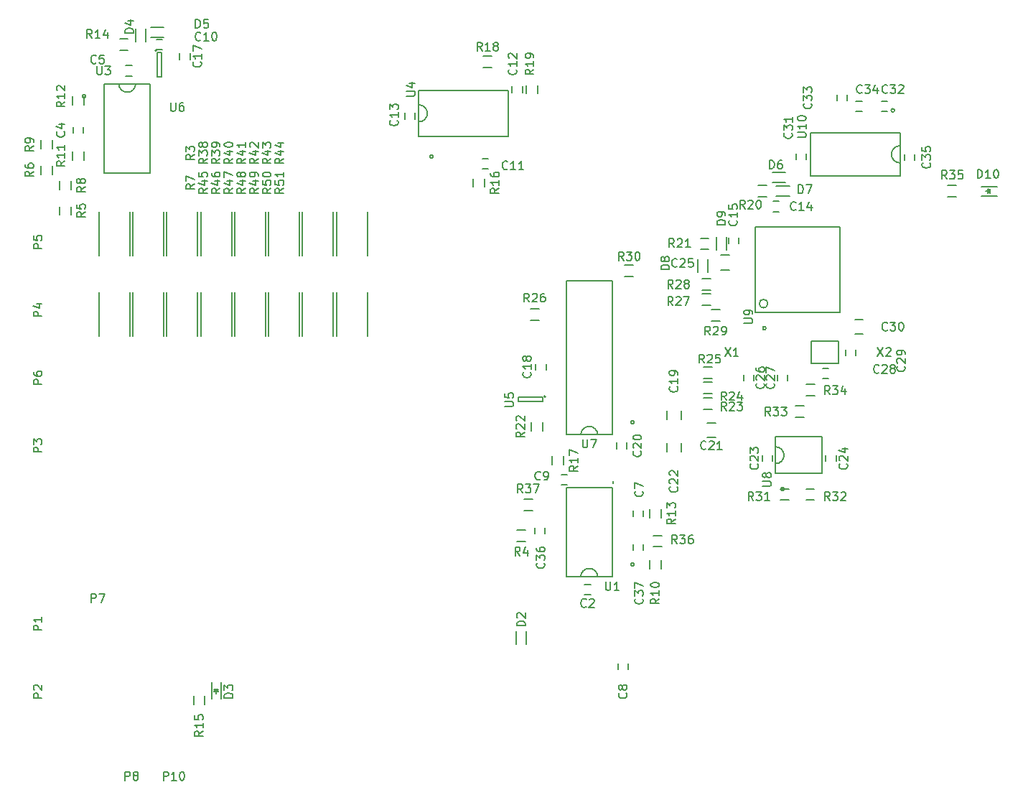
<source format=gto>
G04 #@! TF.FileFunction,Legend,Top*
%FSLAX46Y46*%
G04 Gerber Fmt 4.6, Leading zero omitted, Abs format (unit mm)*
G04 Created by KiCad (PCBNEW 4.0.2-stable) date 2016/10/31 21:02:32*
%MOMM*%
G01*
G04 APERTURE LIST*
%ADD10C,0.100000*%
%ADD11C,0.200000*%
%ADD12C,0.150000*%
G04 APERTURE END LIST*
D10*
D11*
X158800000Y-102400000D02*
X158800000Y-102200000D01*
D12*
X175550000Y-82250000D02*
X185550000Y-82250000D01*
X185550000Y-82250000D02*
X185550000Y-72250000D01*
X185550000Y-72250000D02*
X175550000Y-72250000D01*
X175550000Y-82250000D02*
X175550000Y-72250000D01*
X177050000Y-81250000D02*
G75*
G03X177050000Y-81250000I-500000J0D01*
G01*
X176850000Y-84150000D02*
G75*
G03X176850000Y-84150000I-200000J0D01*
G01*
X117825000Y-79900000D02*
X117825000Y-85100000D01*
X114175000Y-85100000D02*
X114175000Y-79900000D01*
X101825000Y-79900000D02*
X101825000Y-85100000D01*
X98175000Y-85100000D02*
X98175000Y-79900000D01*
X155450000Y-114400000D02*
X156150000Y-114400000D01*
X156150000Y-115600000D02*
X155450000Y-115600000D01*
X95100000Y-61150000D02*
X95100000Y-60450000D01*
X96300000Y-60450000D02*
X96300000Y-61150000D01*
X102050000Y-54400000D02*
X101350000Y-54400000D01*
X101350000Y-53200000D02*
X102050000Y-53200000D01*
X161200000Y-106350000D02*
X161200000Y-105650000D01*
X162400000Y-105650000D02*
X162400000Y-106350000D01*
X159400000Y-124350000D02*
X159400000Y-123650000D01*
X160600000Y-123650000D02*
X160600000Y-124350000D01*
X152700000Y-101400000D02*
X153400000Y-101400000D01*
X153400000Y-102600000D02*
X152700000Y-102600000D01*
X104950000Y-50100000D02*
X105650000Y-50100000D01*
X105650000Y-51300000D02*
X104950000Y-51300000D01*
X143400000Y-64150000D02*
X144100000Y-64150000D01*
X144100000Y-65350000D02*
X143400000Y-65350000D01*
X148100000Y-55650000D02*
X148100000Y-56350000D01*
X146900000Y-56350000D02*
X146900000Y-55650000D01*
X135475000Y-58775000D02*
X135475000Y-59475000D01*
X134275000Y-59475000D02*
X134275000Y-58775000D01*
X177650000Y-69200000D02*
X178350000Y-69200000D01*
X178350000Y-70400000D02*
X177650000Y-70400000D01*
X172400000Y-74150000D02*
X172400000Y-73450000D01*
X173600000Y-73450000D02*
X173600000Y-74150000D01*
X107700000Y-52450000D02*
X107700000Y-51750000D01*
X108900000Y-51750000D02*
X108900000Y-52450000D01*
X150900000Y-88400000D02*
X150900000Y-89100000D01*
X149700000Y-89100000D02*
X149700000Y-88400000D01*
X166850000Y-94900000D02*
X166850000Y-93900000D01*
X165150000Y-93900000D02*
X165150000Y-94900000D01*
X160400000Y-97650000D02*
X160400000Y-98350000D01*
X159200000Y-98350000D02*
X159200000Y-97650000D01*
X170900000Y-95350000D02*
X169900000Y-95350000D01*
X169900000Y-97050000D02*
X170900000Y-97050000D01*
X165150000Y-97700000D02*
X165150000Y-98700000D01*
X166850000Y-98700000D02*
X166850000Y-97700000D01*
X177600000Y-99150000D02*
X177600000Y-99850000D01*
X176400000Y-99850000D02*
X176400000Y-99150000D01*
X185100000Y-99150000D02*
X185100000Y-99850000D01*
X183900000Y-99850000D02*
X183900000Y-99150000D01*
X175400000Y-89650000D02*
X175400000Y-90350000D01*
X174200000Y-90350000D02*
X174200000Y-89650000D01*
X178200000Y-90350000D02*
X178200000Y-89650000D01*
X179400000Y-89650000D02*
X179400000Y-90350000D01*
X183550000Y-88900000D02*
X184250000Y-88900000D01*
X184250000Y-90100000D02*
X183550000Y-90100000D01*
X186200000Y-87350000D02*
X186200000Y-86650000D01*
X187400000Y-86650000D02*
X187400000Y-87350000D01*
X188300000Y-83150000D02*
X187300000Y-83150000D01*
X187300000Y-84850000D02*
X188300000Y-84850000D01*
X181600000Y-63550000D02*
X181600000Y-64250000D01*
X180400000Y-64250000D02*
X180400000Y-63550000D01*
X191150000Y-58600000D02*
X190450000Y-58600000D01*
X190450000Y-57400000D02*
X191150000Y-57400000D01*
X185200000Y-57350000D02*
X185200000Y-56650000D01*
X186400000Y-56650000D02*
X186400000Y-57350000D01*
X188150000Y-58600000D02*
X187450000Y-58600000D01*
X187450000Y-57400000D02*
X188150000Y-57400000D01*
X193200000Y-64350000D02*
X193200000Y-63650000D01*
X194400000Y-63650000D02*
X194400000Y-64350000D01*
X148600000Y-121400000D02*
X148600000Y-119850000D01*
X147400000Y-121400000D02*
X147400000Y-119850000D01*
X103700000Y-50400000D02*
X103700000Y-48850000D01*
X102500000Y-50400000D02*
X102500000Y-48850000D01*
X105800000Y-48700000D02*
X104250000Y-48700000D01*
X105800000Y-49900000D02*
X104250000Y-49900000D01*
X177600000Y-67000000D02*
X179150000Y-67000000D01*
X177600000Y-65800000D02*
X179150000Y-65800000D01*
X179600000Y-67400000D02*
X178050000Y-67400000D01*
X179600000Y-68600000D02*
X178050000Y-68600000D01*
X168800000Y-76000000D02*
X168800000Y-77550000D01*
X170000000Y-76000000D02*
X170000000Y-77550000D01*
X171000000Y-73400000D02*
X171000000Y-74950000D01*
X172200000Y-73400000D02*
X172200000Y-74950000D01*
X147500000Y-107925000D02*
X148500000Y-107925000D01*
X148500000Y-109275000D02*
X147500000Y-109275000D01*
X93525000Y-70800000D02*
X93525000Y-69800000D01*
X94875000Y-69800000D02*
X94875000Y-70800000D01*
X91325000Y-66000000D02*
X91325000Y-65000000D01*
X92675000Y-65000000D02*
X92675000Y-66000000D01*
X93525000Y-67800000D02*
X93525000Y-66800000D01*
X94875000Y-66800000D02*
X94875000Y-67800000D01*
X91325000Y-63000000D02*
X91325000Y-62000000D01*
X92675000Y-62000000D02*
X92675000Y-63000000D01*
X163125000Y-112500000D02*
X163125000Y-111500000D01*
X164475000Y-111500000D02*
X164475000Y-112500000D01*
X96375000Y-63300000D02*
X96375000Y-64300000D01*
X95025000Y-64300000D02*
X95025000Y-63300000D01*
X95025000Y-57800000D02*
X95025000Y-56800000D01*
X96375000Y-56800000D02*
X96375000Y-57800000D01*
X163125000Y-106500000D02*
X163125000Y-105500000D01*
X164475000Y-105500000D02*
X164475000Y-106500000D01*
X100600000Y-50025000D02*
X101600000Y-50025000D01*
X101600000Y-51375000D02*
X100600000Y-51375000D01*
X109325000Y-128500000D02*
X109325000Y-127500000D01*
X110675000Y-127500000D02*
X110675000Y-128500000D01*
X142325000Y-67500000D02*
X142325000Y-66500000D01*
X143675000Y-66500000D02*
X143675000Y-67500000D01*
X151625000Y-100250000D02*
X151625000Y-99250000D01*
X152975000Y-99250000D02*
X152975000Y-100250000D01*
X143500000Y-52075000D02*
X144500000Y-52075000D01*
X144500000Y-53425000D02*
X143500000Y-53425000D01*
X149925000Y-55500000D02*
X149925000Y-56500000D01*
X148575000Y-56500000D02*
X148575000Y-55500000D01*
X175900000Y-67325000D02*
X176900000Y-67325000D01*
X176900000Y-68675000D02*
X175900000Y-68675000D01*
X169100000Y-73525000D02*
X170100000Y-73525000D01*
X170100000Y-74875000D02*
X169100000Y-74875000D01*
X150475000Y-95250000D02*
X150475000Y-96250000D01*
X149125000Y-96250000D02*
X149125000Y-95250000D01*
X169500000Y-92325000D02*
X170500000Y-92325000D01*
X170500000Y-93675000D02*
X169500000Y-93675000D01*
X169500000Y-90525000D02*
X170500000Y-90525000D01*
X170500000Y-91875000D02*
X169500000Y-91875000D01*
X169500000Y-88725000D02*
X170500000Y-88725000D01*
X170500000Y-90075000D02*
X169500000Y-90075000D01*
X150050000Y-83175000D02*
X149050000Y-83175000D01*
X149050000Y-81825000D02*
X150050000Y-81825000D01*
X169300000Y-80125000D02*
X170300000Y-80125000D01*
X170300000Y-81475000D02*
X169300000Y-81475000D01*
X169300000Y-78325000D02*
X170300000Y-78325000D01*
X170300000Y-79675000D02*
X169300000Y-79675000D01*
X170400000Y-81925000D02*
X171400000Y-81925000D01*
X171400000Y-83275000D02*
X170400000Y-83275000D01*
X160200000Y-76725000D02*
X161200000Y-76725000D01*
X161200000Y-78075000D02*
X160200000Y-78075000D01*
X179550000Y-104425000D02*
X178550000Y-104425000D01*
X178550000Y-103075000D02*
X179550000Y-103075000D01*
X182550000Y-104425000D02*
X181550000Y-104425000D01*
X181550000Y-103075000D02*
X182550000Y-103075000D01*
X181300000Y-94675000D02*
X180300000Y-94675000D01*
X180300000Y-93325000D02*
X181300000Y-93325000D01*
X181600000Y-90725000D02*
X182600000Y-90725000D01*
X182600000Y-92075000D02*
X181600000Y-92075000D01*
X199300000Y-68675000D02*
X198300000Y-68675000D01*
X198300000Y-67325000D02*
X199300000Y-67325000D01*
X155990000Y-112470000D02*
G75*
G03X154990000Y-113470000I0J-1000000D01*
G01*
X156990000Y-113470000D02*
G75*
G03X155990000Y-112470000I-1000000J0D01*
G01*
X158700000Y-113470000D02*
X153280000Y-113470000D01*
X153280000Y-113470000D02*
X153280000Y-102910000D01*
X153280000Y-102910000D02*
X158700000Y-102910000D01*
X158700000Y-102910000D02*
X158700000Y-113470000D01*
X161300000Y-112000000D02*
G75*
G03X161300000Y-112000000I-200000J0D01*
G01*
X101510000Y-56330000D02*
G75*
G03X102510000Y-55330000I0J1000000D01*
G01*
X100510000Y-55330000D02*
G75*
G03X101510000Y-56330000I1000000J0D01*
G01*
X98800000Y-55330000D02*
X104220000Y-55330000D01*
X104220000Y-55330000D02*
X104220000Y-65890000D01*
X104220000Y-65890000D02*
X98800000Y-65890000D01*
X98800000Y-65890000D02*
X98800000Y-55330000D01*
X96600000Y-56800000D02*
G75*
G03X96600000Y-56800000I-200000J0D01*
G01*
X136905000Y-58815000D02*
G75*
G03X135905000Y-57815000I-1000000J0D01*
G01*
X135905000Y-59815000D02*
G75*
G03X136905000Y-58815000I0J1000000D01*
G01*
X135905000Y-61525000D02*
X135905000Y-56105000D01*
X135905000Y-56105000D02*
X146465000Y-56105000D01*
X146465000Y-56105000D02*
X146465000Y-61525000D01*
X146465000Y-61525000D02*
X135905000Y-61525000D01*
X137575000Y-63925000D02*
G75*
G03X137575000Y-63925000I-200000J0D01*
G01*
X150850000Y-92200000D02*
G75*
G03X150850000Y-92200000I-100000J0D01*
G01*
X150500000Y-92750000D02*
X150500000Y-92250000D01*
X147600000Y-92750000D02*
X150500000Y-92750000D01*
X147600000Y-92250000D02*
X147600000Y-92750000D01*
X150500000Y-92250000D02*
X147600000Y-92250000D01*
X105000000Y-51400000D02*
G75*
G03X105000000Y-51400000I-100000J0D01*
G01*
X105550000Y-51650000D02*
X105050000Y-51650000D01*
X105550000Y-54550000D02*
X105550000Y-51650000D01*
X105050000Y-54550000D02*
X105550000Y-54550000D01*
X105050000Y-51650000D02*
X105050000Y-54550000D01*
X155990000Y-95720000D02*
G75*
G03X154990000Y-96720000I0J-1000000D01*
G01*
X156990000Y-96720000D02*
G75*
G03X155990000Y-95720000I-1000000J0D01*
G01*
X158700000Y-96720000D02*
X153280000Y-96720000D01*
X153280000Y-96720000D02*
X153280000Y-78540000D01*
X153280000Y-78540000D02*
X158700000Y-78540000D01*
X158700000Y-78540000D02*
X158700000Y-96720000D01*
X161300000Y-95250000D02*
G75*
G03X161300000Y-95250000I-200000J0D01*
G01*
X150800000Y-107650000D02*
X150800000Y-108350000D01*
X149600000Y-108350000D02*
X149600000Y-107650000D01*
X162400000Y-109650000D02*
X162400000Y-110350000D01*
X161200000Y-110350000D02*
X161200000Y-109650000D01*
X111450000Y-125900000D02*
X111450000Y-127800000D01*
X112550000Y-125900000D02*
X112550000Y-127800000D01*
X112000000Y-126800000D02*
X112000000Y-127250000D01*
X112250000Y-126750000D02*
X111750000Y-126750000D01*
X112000000Y-126750000D02*
X112250000Y-127000000D01*
X112250000Y-127000000D02*
X111750000Y-127000000D01*
X111750000Y-127000000D02*
X112000000Y-126750000D01*
X204100000Y-67450000D02*
X202200000Y-67450000D01*
X204100000Y-68550000D02*
X202200000Y-68550000D01*
X203200000Y-68000000D02*
X202750000Y-68000000D01*
X203250000Y-68250000D02*
X203250000Y-67750000D01*
X203250000Y-68000000D02*
X203000000Y-68250000D01*
X203000000Y-68250000D02*
X203000000Y-67750000D01*
X203000000Y-67750000D02*
X203250000Y-68000000D01*
X101825000Y-70400000D02*
X101825000Y-75600000D01*
X98175000Y-75600000D02*
X98175000Y-70400000D01*
X164550000Y-109925000D02*
X163550000Y-109925000D01*
X163550000Y-108575000D02*
X164550000Y-108575000D01*
X149300000Y-105675000D02*
X148300000Y-105675000D01*
X148300000Y-104325000D02*
X149300000Y-104325000D01*
X105825000Y-70400000D02*
X105825000Y-75600000D01*
X102175000Y-75600000D02*
X102175000Y-70400000D01*
X109825000Y-70400000D02*
X109825000Y-75600000D01*
X106175000Y-75600000D02*
X106175000Y-70400000D01*
X113825000Y-70400000D02*
X113825000Y-75600000D01*
X110175000Y-75600000D02*
X110175000Y-70400000D01*
X117825000Y-70400000D02*
X117825000Y-75600000D01*
X114175000Y-75600000D02*
X114175000Y-70400000D01*
X121825000Y-70400000D02*
X121825000Y-75600000D01*
X118175000Y-75600000D02*
X118175000Y-70400000D01*
X125825000Y-70400000D02*
X125825000Y-75600000D01*
X122175000Y-75600000D02*
X122175000Y-70400000D01*
X129825000Y-70400000D02*
X129825000Y-75600000D01*
X126175000Y-75600000D02*
X126175000Y-70400000D01*
X105825000Y-79900000D02*
X105825000Y-85100000D01*
X102175000Y-85100000D02*
X102175000Y-79900000D01*
X109825000Y-79900000D02*
X109825000Y-85100000D01*
X106175000Y-85100000D02*
X106175000Y-79900000D01*
X113825000Y-79900000D02*
X113825000Y-85100000D01*
X110175000Y-85100000D02*
X110175000Y-79900000D01*
X121825000Y-79900000D02*
X121825000Y-85100000D01*
X118175000Y-85100000D02*
X118175000Y-79900000D01*
X125825000Y-79900000D02*
X125825000Y-85100000D01*
X122175000Y-85100000D02*
X122175000Y-79900000D01*
X129825000Y-79900000D02*
X129825000Y-85100000D01*
X126175000Y-85100000D02*
X126175000Y-79900000D01*
X178965000Y-99125000D02*
G75*
G03X177965000Y-98125000I-1000000J0D01*
G01*
X177965000Y-100125000D02*
G75*
G03X178965000Y-99125000I0J1000000D01*
G01*
X177965000Y-101275000D02*
X177965000Y-96975000D01*
X177965000Y-96975000D02*
X183445000Y-96975000D01*
X183445000Y-96975000D02*
X183445000Y-101275000D01*
X183445000Y-101275000D02*
X177965000Y-101275000D01*
X179000000Y-103125000D02*
G75*
G03X179000000Y-103125000I-200000J0D01*
G01*
X191635000Y-63650000D02*
G75*
G03X192635000Y-64650000I1000000J0D01*
G01*
X192635000Y-62650000D02*
G75*
G03X191635000Y-63650000I0J-1000000D01*
G01*
X192635000Y-61135000D02*
X192635000Y-66165000D01*
X192635000Y-66165000D02*
X182075000Y-66165000D01*
X182075000Y-66165000D02*
X182075000Y-61135000D01*
X182075000Y-61135000D02*
X192635000Y-61135000D01*
X192000000Y-58465000D02*
G75*
G03X192000000Y-58465000I-200000J0D01*
G01*
X182200000Y-85700000D02*
X185400000Y-85700000D01*
X185400000Y-85700000D02*
X185400000Y-88300000D01*
X185400000Y-88300000D02*
X182200000Y-88300000D01*
X182200000Y-88300000D02*
X182200000Y-85700000D01*
X171500000Y-77250000D02*
X172500000Y-77250000D01*
X172500000Y-75550000D02*
X171500000Y-75550000D01*
X174252381Y-83561905D02*
X175061905Y-83561905D01*
X175157143Y-83514286D01*
X175204762Y-83466667D01*
X175252381Y-83371429D01*
X175252381Y-83180952D01*
X175204762Y-83085714D01*
X175157143Y-83038095D01*
X175061905Y-82990476D01*
X174252381Y-82990476D01*
X175252381Y-82466667D02*
X175252381Y-82276191D01*
X175204762Y-82180952D01*
X175157143Y-82133333D01*
X175014286Y-82038095D01*
X174823810Y-81990476D01*
X174442857Y-81990476D01*
X174347619Y-82038095D01*
X174300000Y-82085714D01*
X174252381Y-82180952D01*
X174252381Y-82371429D01*
X174300000Y-82466667D01*
X174347619Y-82514286D01*
X174442857Y-82561905D01*
X174680952Y-82561905D01*
X174776190Y-82514286D01*
X174823810Y-82466667D01*
X174871429Y-82371429D01*
X174871429Y-82180952D01*
X174823810Y-82085714D01*
X174776190Y-82038095D01*
X174680952Y-81990476D01*
X115452381Y-67642857D02*
X114976190Y-67976191D01*
X115452381Y-68214286D02*
X114452381Y-68214286D01*
X114452381Y-67833333D01*
X114500000Y-67738095D01*
X114547619Y-67690476D01*
X114642857Y-67642857D01*
X114785714Y-67642857D01*
X114880952Y-67690476D01*
X114928571Y-67738095D01*
X114976190Y-67833333D01*
X114976190Y-68214286D01*
X114785714Y-66785714D02*
X115452381Y-66785714D01*
X114404762Y-67023810D02*
X115119048Y-67261905D01*
X115119048Y-66642857D01*
X114880952Y-66119048D02*
X114833333Y-66214286D01*
X114785714Y-66261905D01*
X114690476Y-66309524D01*
X114642857Y-66309524D01*
X114547619Y-66261905D01*
X114500000Y-66214286D01*
X114452381Y-66119048D01*
X114452381Y-65928571D01*
X114500000Y-65833333D01*
X114547619Y-65785714D01*
X114642857Y-65738095D01*
X114690476Y-65738095D01*
X114785714Y-65785714D01*
X114833333Y-65833333D01*
X114880952Y-65928571D01*
X114880952Y-66119048D01*
X114928571Y-66214286D01*
X114976190Y-66261905D01*
X115071429Y-66309524D01*
X115261905Y-66309524D01*
X115357143Y-66261905D01*
X115404762Y-66214286D01*
X115452381Y-66119048D01*
X115452381Y-65928571D01*
X115404762Y-65833333D01*
X115357143Y-65785714D01*
X115261905Y-65738095D01*
X115071429Y-65738095D01*
X114976190Y-65785714D01*
X114928571Y-65833333D01*
X114880952Y-65928571D01*
X109452381Y-67166666D02*
X108976190Y-67500000D01*
X109452381Y-67738095D02*
X108452381Y-67738095D01*
X108452381Y-67357142D01*
X108500000Y-67261904D01*
X108547619Y-67214285D01*
X108642857Y-67166666D01*
X108785714Y-67166666D01*
X108880952Y-67214285D01*
X108928571Y-67261904D01*
X108976190Y-67357142D01*
X108976190Y-67738095D01*
X108452381Y-66833333D02*
X108452381Y-66166666D01*
X109452381Y-66595238D01*
X155633334Y-116957143D02*
X155585715Y-117004762D01*
X155442858Y-117052381D01*
X155347620Y-117052381D01*
X155204762Y-117004762D01*
X155109524Y-116909524D01*
X155061905Y-116814286D01*
X155014286Y-116623810D01*
X155014286Y-116480952D01*
X155061905Y-116290476D01*
X155109524Y-116195238D01*
X155204762Y-116100000D01*
X155347620Y-116052381D01*
X155442858Y-116052381D01*
X155585715Y-116100000D01*
X155633334Y-116147619D01*
X156014286Y-116147619D02*
X156061905Y-116100000D01*
X156157143Y-116052381D01*
X156395239Y-116052381D01*
X156490477Y-116100000D01*
X156538096Y-116147619D01*
X156585715Y-116242857D01*
X156585715Y-116338095D01*
X156538096Y-116480952D01*
X155966667Y-117052381D01*
X156585715Y-117052381D01*
X94057143Y-60966666D02*
X94104762Y-61014285D01*
X94152381Y-61157142D01*
X94152381Y-61252380D01*
X94104762Y-61395238D01*
X94009524Y-61490476D01*
X93914286Y-61538095D01*
X93723810Y-61585714D01*
X93580952Y-61585714D01*
X93390476Y-61538095D01*
X93295238Y-61490476D01*
X93200000Y-61395238D01*
X93152381Y-61252380D01*
X93152381Y-61157142D01*
X93200000Y-61014285D01*
X93247619Y-60966666D01*
X93485714Y-60109523D02*
X94152381Y-60109523D01*
X93104762Y-60347619D02*
X93819048Y-60585714D01*
X93819048Y-59966666D01*
X97833334Y-52857143D02*
X97785715Y-52904762D01*
X97642858Y-52952381D01*
X97547620Y-52952381D01*
X97404762Y-52904762D01*
X97309524Y-52809524D01*
X97261905Y-52714286D01*
X97214286Y-52523810D01*
X97214286Y-52380952D01*
X97261905Y-52190476D01*
X97309524Y-52095238D01*
X97404762Y-52000000D01*
X97547620Y-51952381D01*
X97642858Y-51952381D01*
X97785715Y-52000000D01*
X97833334Y-52047619D01*
X98738096Y-51952381D02*
X98261905Y-51952381D01*
X98214286Y-52428571D01*
X98261905Y-52380952D01*
X98357143Y-52333333D01*
X98595239Y-52333333D01*
X98690477Y-52380952D01*
X98738096Y-52428571D01*
X98785715Y-52523810D01*
X98785715Y-52761905D01*
X98738096Y-52857143D01*
X98690477Y-52904762D01*
X98595239Y-52952381D01*
X98357143Y-52952381D01*
X98261905Y-52904762D01*
X98214286Y-52857143D01*
X162257143Y-103366666D02*
X162304762Y-103414285D01*
X162352381Y-103557142D01*
X162352381Y-103652380D01*
X162304762Y-103795238D01*
X162209524Y-103890476D01*
X162114286Y-103938095D01*
X161923810Y-103985714D01*
X161780952Y-103985714D01*
X161590476Y-103938095D01*
X161495238Y-103890476D01*
X161400000Y-103795238D01*
X161352381Y-103652380D01*
X161352381Y-103557142D01*
X161400000Y-103414285D01*
X161447619Y-103366666D01*
X161352381Y-103033333D02*
X161352381Y-102366666D01*
X162352381Y-102795238D01*
X160357143Y-127166666D02*
X160404762Y-127214285D01*
X160452381Y-127357142D01*
X160452381Y-127452380D01*
X160404762Y-127595238D01*
X160309524Y-127690476D01*
X160214286Y-127738095D01*
X160023810Y-127785714D01*
X159880952Y-127785714D01*
X159690476Y-127738095D01*
X159595238Y-127690476D01*
X159500000Y-127595238D01*
X159452381Y-127452380D01*
X159452381Y-127357142D01*
X159500000Y-127214285D01*
X159547619Y-127166666D01*
X159880952Y-126595238D02*
X159833333Y-126690476D01*
X159785714Y-126738095D01*
X159690476Y-126785714D01*
X159642857Y-126785714D01*
X159547619Y-126738095D01*
X159500000Y-126690476D01*
X159452381Y-126595238D01*
X159452381Y-126404761D01*
X159500000Y-126309523D01*
X159547619Y-126261904D01*
X159642857Y-126214285D01*
X159690476Y-126214285D01*
X159785714Y-126261904D01*
X159833333Y-126309523D01*
X159880952Y-126404761D01*
X159880952Y-126595238D01*
X159928571Y-126690476D01*
X159976190Y-126738095D01*
X160071429Y-126785714D01*
X160261905Y-126785714D01*
X160357143Y-126738095D01*
X160404762Y-126690476D01*
X160452381Y-126595238D01*
X160452381Y-126404761D01*
X160404762Y-126309523D01*
X160357143Y-126261904D01*
X160261905Y-126214285D01*
X160071429Y-126214285D01*
X159976190Y-126261904D01*
X159928571Y-126309523D01*
X159880952Y-126404761D01*
X150233334Y-101957143D02*
X150185715Y-102004762D01*
X150042858Y-102052381D01*
X149947620Y-102052381D01*
X149804762Y-102004762D01*
X149709524Y-101909524D01*
X149661905Y-101814286D01*
X149614286Y-101623810D01*
X149614286Y-101480952D01*
X149661905Y-101290476D01*
X149709524Y-101195238D01*
X149804762Y-101100000D01*
X149947620Y-101052381D01*
X150042858Y-101052381D01*
X150185715Y-101100000D01*
X150233334Y-101147619D01*
X150709524Y-102052381D02*
X150900000Y-102052381D01*
X150995239Y-102004762D01*
X151042858Y-101957143D01*
X151138096Y-101814286D01*
X151185715Y-101623810D01*
X151185715Y-101242857D01*
X151138096Y-101147619D01*
X151090477Y-101100000D01*
X150995239Y-101052381D01*
X150804762Y-101052381D01*
X150709524Y-101100000D01*
X150661905Y-101147619D01*
X150614286Y-101242857D01*
X150614286Y-101480952D01*
X150661905Y-101576190D01*
X150709524Y-101623810D01*
X150804762Y-101671429D01*
X150995239Y-101671429D01*
X151090477Y-101623810D01*
X151138096Y-101576190D01*
X151185715Y-101480952D01*
X110157143Y-50157143D02*
X110109524Y-50204762D01*
X109966667Y-50252381D01*
X109871429Y-50252381D01*
X109728571Y-50204762D01*
X109633333Y-50109524D01*
X109585714Y-50014286D01*
X109538095Y-49823810D01*
X109538095Y-49680952D01*
X109585714Y-49490476D01*
X109633333Y-49395238D01*
X109728571Y-49300000D01*
X109871429Y-49252381D01*
X109966667Y-49252381D01*
X110109524Y-49300000D01*
X110157143Y-49347619D01*
X111109524Y-50252381D02*
X110538095Y-50252381D01*
X110823809Y-50252381D02*
X110823809Y-49252381D01*
X110728571Y-49395238D01*
X110633333Y-49490476D01*
X110538095Y-49538095D01*
X111728571Y-49252381D02*
X111823810Y-49252381D01*
X111919048Y-49300000D01*
X111966667Y-49347619D01*
X112014286Y-49442857D01*
X112061905Y-49633333D01*
X112061905Y-49871429D01*
X112014286Y-50061905D01*
X111966667Y-50157143D01*
X111919048Y-50204762D01*
X111823810Y-50252381D01*
X111728571Y-50252381D01*
X111633333Y-50204762D01*
X111585714Y-50157143D01*
X111538095Y-50061905D01*
X111490476Y-49871429D01*
X111490476Y-49633333D01*
X111538095Y-49442857D01*
X111585714Y-49347619D01*
X111633333Y-49300000D01*
X111728571Y-49252381D01*
X146357143Y-65357143D02*
X146309524Y-65404762D01*
X146166667Y-65452381D01*
X146071429Y-65452381D01*
X145928571Y-65404762D01*
X145833333Y-65309524D01*
X145785714Y-65214286D01*
X145738095Y-65023810D01*
X145738095Y-64880952D01*
X145785714Y-64690476D01*
X145833333Y-64595238D01*
X145928571Y-64500000D01*
X146071429Y-64452381D01*
X146166667Y-64452381D01*
X146309524Y-64500000D01*
X146357143Y-64547619D01*
X147309524Y-65452381D02*
X146738095Y-65452381D01*
X147023809Y-65452381D02*
X147023809Y-64452381D01*
X146928571Y-64595238D01*
X146833333Y-64690476D01*
X146738095Y-64738095D01*
X148261905Y-65452381D02*
X147690476Y-65452381D01*
X147976190Y-65452381D02*
X147976190Y-64452381D01*
X147880952Y-64595238D01*
X147785714Y-64690476D01*
X147690476Y-64738095D01*
X147357143Y-53642857D02*
X147404762Y-53690476D01*
X147452381Y-53833333D01*
X147452381Y-53928571D01*
X147404762Y-54071429D01*
X147309524Y-54166667D01*
X147214286Y-54214286D01*
X147023810Y-54261905D01*
X146880952Y-54261905D01*
X146690476Y-54214286D01*
X146595238Y-54166667D01*
X146500000Y-54071429D01*
X146452381Y-53928571D01*
X146452381Y-53833333D01*
X146500000Y-53690476D01*
X146547619Y-53642857D01*
X147452381Y-52690476D02*
X147452381Y-53261905D01*
X147452381Y-52976191D02*
X146452381Y-52976191D01*
X146595238Y-53071429D01*
X146690476Y-53166667D01*
X146738095Y-53261905D01*
X146547619Y-52309524D02*
X146500000Y-52261905D01*
X146452381Y-52166667D01*
X146452381Y-51928571D01*
X146500000Y-51833333D01*
X146547619Y-51785714D01*
X146642857Y-51738095D01*
X146738095Y-51738095D01*
X146880952Y-51785714D01*
X147452381Y-52357143D01*
X147452381Y-51738095D01*
X133357143Y-59642857D02*
X133404762Y-59690476D01*
X133452381Y-59833333D01*
X133452381Y-59928571D01*
X133404762Y-60071429D01*
X133309524Y-60166667D01*
X133214286Y-60214286D01*
X133023810Y-60261905D01*
X132880952Y-60261905D01*
X132690476Y-60214286D01*
X132595238Y-60166667D01*
X132500000Y-60071429D01*
X132452381Y-59928571D01*
X132452381Y-59833333D01*
X132500000Y-59690476D01*
X132547619Y-59642857D01*
X133452381Y-58690476D02*
X133452381Y-59261905D01*
X133452381Y-58976191D02*
X132452381Y-58976191D01*
X132595238Y-59071429D01*
X132690476Y-59166667D01*
X132738095Y-59261905D01*
X132452381Y-58357143D02*
X132452381Y-57738095D01*
X132833333Y-58071429D01*
X132833333Y-57928571D01*
X132880952Y-57833333D01*
X132928571Y-57785714D01*
X133023810Y-57738095D01*
X133261905Y-57738095D01*
X133357143Y-57785714D01*
X133404762Y-57833333D01*
X133452381Y-57928571D01*
X133452381Y-58214286D01*
X133404762Y-58309524D01*
X133357143Y-58357143D01*
X180357143Y-70157143D02*
X180309524Y-70204762D01*
X180166667Y-70252381D01*
X180071429Y-70252381D01*
X179928571Y-70204762D01*
X179833333Y-70109524D01*
X179785714Y-70014286D01*
X179738095Y-69823810D01*
X179738095Y-69680952D01*
X179785714Y-69490476D01*
X179833333Y-69395238D01*
X179928571Y-69300000D01*
X180071429Y-69252381D01*
X180166667Y-69252381D01*
X180309524Y-69300000D01*
X180357143Y-69347619D01*
X181309524Y-70252381D02*
X180738095Y-70252381D01*
X181023809Y-70252381D02*
X181023809Y-69252381D01*
X180928571Y-69395238D01*
X180833333Y-69490476D01*
X180738095Y-69538095D01*
X182166667Y-69585714D02*
X182166667Y-70252381D01*
X181928571Y-69204762D02*
X181690476Y-69919048D01*
X182309524Y-69919048D01*
X173357143Y-71442857D02*
X173404762Y-71490476D01*
X173452381Y-71633333D01*
X173452381Y-71728571D01*
X173404762Y-71871429D01*
X173309524Y-71966667D01*
X173214286Y-72014286D01*
X173023810Y-72061905D01*
X172880952Y-72061905D01*
X172690476Y-72014286D01*
X172595238Y-71966667D01*
X172500000Y-71871429D01*
X172452381Y-71728571D01*
X172452381Y-71633333D01*
X172500000Y-71490476D01*
X172547619Y-71442857D01*
X173452381Y-70490476D02*
X173452381Y-71061905D01*
X173452381Y-70776191D02*
X172452381Y-70776191D01*
X172595238Y-70871429D01*
X172690476Y-70966667D01*
X172738095Y-71061905D01*
X172452381Y-69585714D02*
X172452381Y-70061905D01*
X172928571Y-70109524D01*
X172880952Y-70061905D01*
X172833333Y-69966667D01*
X172833333Y-69728571D01*
X172880952Y-69633333D01*
X172928571Y-69585714D01*
X173023810Y-69538095D01*
X173261905Y-69538095D01*
X173357143Y-69585714D01*
X173404762Y-69633333D01*
X173452381Y-69728571D01*
X173452381Y-69966667D01*
X173404762Y-70061905D01*
X173357143Y-70109524D01*
X110157143Y-52742857D02*
X110204762Y-52790476D01*
X110252381Y-52933333D01*
X110252381Y-53028571D01*
X110204762Y-53171429D01*
X110109524Y-53266667D01*
X110014286Y-53314286D01*
X109823810Y-53361905D01*
X109680952Y-53361905D01*
X109490476Y-53314286D01*
X109395238Y-53266667D01*
X109300000Y-53171429D01*
X109252381Y-53028571D01*
X109252381Y-52933333D01*
X109300000Y-52790476D01*
X109347619Y-52742857D01*
X110252381Y-51790476D02*
X110252381Y-52361905D01*
X110252381Y-52076191D02*
X109252381Y-52076191D01*
X109395238Y-52171429D01*
X109490476Y-52266667D01*
X109538095Y-52361905D01*
X109252381Y-51457143D02*
X109252381Y-50790476D01*
X110252381Y-51219048D01*
X149057143Y-89342857D02*
X149104762Y-89390476D01*
X149152381Y-89533333D01*
X149152381Y-89628571D01*
X149104762Y-89771429D01*
X149009524Y-89866667D01*
X148914286Y-89914286D01*
X148723810Y-89961905D01*
X148580952Y-89961905D01*
X148390476Y-89914286D01*
X148295238Y-89866667D01*
X148200000Y-89771429D01*
X148152381Y-89628571D01*
X148152381Y-89533333D01*
X148200000Y-89390476D01*
X148247619Y-89342857D01*
X149152381Y-88390476D02*
X149152381Y-88961905D01*
X149152381Y-88676191D02*
X148152381Y-88676191D01*
X148295238Y-88771429D01*
X148390476Y-88866667D01*
X148438095Y-88961905D01*
X148580952Y-87819048D02*
X148533333Y-87914286D01*
X148485714Y-87961905D01*
X148390476Y-88009524D01*
X148342857Y-88009524D01*
X148247619Y-87961905D01*
X148200000Y-87914286D01*
X148152381Y-87819048D01*
X148152381Y-87628571D01*
X148200000Y-87533333D01*
X148247619Y-87485714D01*
X148342857Y-87438095D01*
X148390476Y-87438095D01*
X148485714Y-87485714D01*
X148533333Y-87533333D01*
X148580952Y-87628571D01*
X148580952Y-87819048D01*
X148628571Y-87914286D01*
X148676190Y-87961905D01*
X148771429Y-88009524D01*
X148961905Y-88009524D01*
X149057143Y-87961905D01*
X149104762Y-87914286D01*
X149152381Y-87819048D01*
X149152381Y-87628571D01*
X149104762Y-87533333D01*
X149057143Y-87485714D01*
X148961905Y-87438095D01*
X148771429Y-87438095D01*
X148676190Y-87485714D01*
X148628571Y-87533333D01*
X148580952Y-87628571D01*
X166357143Y-91042857D02*
X166404762Y-91090476D01*
X166452381Y-91233333D01*
X166452381Y-91328571D01*
X166404762Y-91471429D01*
X166309524Y-91566667D01*
X166214286Y-91614286D01*
X166023810Y-91661905D01*
X165880952Y-91661905D01*
X165690476Y-91614286D01*
X165595238Y-91566667D01*
X165500000Y-91471429D01*
X165452381Y-91328571D01*
X165452381Y-91233333D01*
X165500000Y-91090476D01*
X165547619Y-91042857D01*
X166452381Y-90090476D02*
X166452381Y-90661905D01*
X166452381Y-90376191D02*
X165452381Y-90376191D01*
X165595238Y-90471429D01*
X165690476Y-90566667D01*
X165738095Y-90661905D01*
X166452381Y-89614286D02*
X166452381Y-89423810D01*
X166404762Y-89328571D01*
X166357143Y-89280952D01*
X166214286Y-89185714D01*
X166023810Y-89138095D01*
X165642857Y-89138095D01*
X165547619Y-89185714D01*
X165500000Y-89233333D01*
X165452381Y-89328571D01*
X165452381Y-89519048D01*
X165500000Y-89614286D01*
X165547619Y-89661905D01*
X165642857Y-89709524D01*
X165880952Y-89709524D01*
X165976190Y-89661905D01*
X166023810Y-89614286D01*
X166071429Y-89519048D01*
X166071429Y-89328571D01*
X166023810Y-89233333D01*
X165976190Y-89185714D01*
X165880952Y-89138095D01*
X162057143Y-98642857D02*
X162104762Y-98690476D01*
X162152381Y-98833333D01*
X162152381Y-98928571D01*
X162104762Y-99071429D01*
X162009524Y-99166667D01*
X161914286Y-99214286D01*
X161723810Y-99261905D01*
X161580952Y-99261905D01*
X161390476Y-99214286D01*
X161295238Y-99166667D01*
X161200000Y-99071429D01*
X161152381Y-98928571D01*
X161152381Y-98833333D01*
X161200000Y-98690476D01*
X161247619Y-98642857D01*
X161247619Y-98261905D02*
X161200000Y-98214286D01*
X161152381Y-98119048D01*
X161152381Y-97880952D01*
X161200000Y-97785714D01*
X161247619Y-97738095D01*
X161342857Y-97690476D01*
X161438095Y-97690476D01*
X161580952Y-97738095D01*
X162152381Y-98309524D01*
X162152381Y-97690476D01*
X161152381Y-97071429D02*
X161152381Y-96976190D01*
X161200000Y-96880952D01*
X161247619Y-96833333D01*
X161342857Y-96785714D01*
X161533333Y-96738095D01*
X161771429Y-96738095D01*
X161961905Y-96785714D01*
X162057143Y-96833333D01*
X162104762Y-96880952D01*
X162152381Y-96976190D01*
X162152381Y-97071429D01*
X162104762Y-97166667D01*
X162057143Y-97214286D01*
X161961905Y-97261905D01*
X161771429Y-97309524D01*
X161533333Y-97309524D01*
X161342857Y-97261905D01*
X161247619Y-97214286D01*
X161200000Y-97166667D01*
X161152381Y-97071429D01*
X169757143Y-98357143D02*
X169709524Y-98404762D01*
X169566667Y-98452381D01*
X169471429Y-98452381D01*
X169328571Y-98404762D01*
X169233333Y-98309524D01*
X169185714Y-98214286D01*
X169138095Y-98023810D01*
X169138095Y-97880952D01*
X169185714Y-97690476D01*
X169233333Y-97595238D01*
X169328571Y-97500000D01*
X169471429Y-97452381D01*
X169566667Y-97452381D01*
X169709524Y-97500000D01*
X169757143Y-97547619D01*
X170138095Y-97547619D02*
X170185714Y-97500000D01*
X170280952Y-97452381D01*
X170519048Y-97452381D01*
X170614286Y-97500000D01*
X170661905Y-97547619D01*
X170709524Y-97642857D01*
X170709524Y-97738095D01*
X170661905Y-97880952D01*
X170090476Y-98452381D01*
X170709524Y-98452381D01*
X171661905Y-98452381D02*
X171090476Y-98452381D01*
X171376190Y-98452381D02*
X171376190Y-97452381D01*
X171280952Y-97595238D01*
X171185714Y-97690476D01*
X171090476Y-97738095D01*
X166357143Y-102842857D02*
X166404762Y-102890476D01*
X166452381Y-103033333D01*
X166452381Y-103128571D01*
X166404762Y-103271429D01*
X166309524Y-103366667D01*
X166214286Y-103414286D01*
X166023810Y-103461905D01*
X165880952Y-103461905D01*
X165690476Y-103414286D01*
X165595238Y-103366667D01*
X165500000Y-103271429D01*
X165452381Y-103128571D01*
X165452381Y-103033333D01*
X165500000Y-102890476D01*
X165547619Y-102842857D01*
X165547619Y-102461905D02*
X165500000Y-102414286D01*
X165452381Y-102319048D01*
X165452381Y-102080952D01*
X165500000Y-101985714D01*
X165547619Y-101938095D01*
X165642857Y-101890476D01*
X165738095Y-101890476D01*
X165880952Y-101938095D01*
X166452381Y-102509524D01*
X166452381Y-101890476D01*
X165547619Y-101509524D02*
X165500000Y-101461905D01*
X165452381Y-101366667D01*
X165452381Y-101128571D01*
X165500000Y-101033333D01*
X165547619Y-100985714D01*
X165642857Y-100938095D01*
X165738095Y-100938095D01*
X165880952Y-100985714D01*
X166452381Y-101557143D01*
X166452381Y-100938095D01*
X175857143Y-100142857D02*
X175904762Y-100190476D01*
X175952381Y-100333333D01*
X175952381Y-100428571D01*
X175904762Y-100571429D01*
X175809524Y-100666667D01*
X175714286Y-100714286D01*
X175523810Y-100761905D01*
X175380952Y-100761905D01*
X175190476Y-100714286D01*
X175095238Y-100666667D01*
X175000000Y-100571429D01*
X174952381Y-100428571D01*
X174952381Y-100333333D01*
X175000000Y-100190476D01*
X175047619Y-100142857D01*
X175047619Y-99761905D02*
X175000000Y-99714286D01*
X174952381Y-99619048D01*
X174952381Y-99380952D01*
X175000000Y-99285714D01*
X175047619Y-99238095D01*
X175142857Y-99190476D01*
X175238095Y-99190476D01*
X175380952Y-99238095D01*
X175952381Y-99809524D01*
X175952381Y-99190476D01*
X174952381Y-98857143D02*
X174952381Y-98238095D01*
X175333333Y-98571429D01*
X175333333Y-98428571D01*
X175380952Y-98333333D01*
X175428571Y-98285714D01*
X175523810Y-98238095D01*
X175761905Y-98238095D01*
X175857143Y-98285714D01*
X175904762Y-98333333D01*
X175952381Y-98428571D01*
X175952381Y-98714286D01*
X175904762Y-98809524D01*
X175857143Y-98857143D01*
X186357143Y-100142857D02*
X186404762Y-100190476D01*
X186452381Y-100333333D01*
X186452381Y-100428571D01*
X186404762Y-100571429D01*
X186309524Y-100666667D01*
X186214286Y-100714286D01*
X186023810Y-100761905D01*
X185880952Y-100761905D01*
X185690476Y-100714286D01*
X185595238Y-100666667D01*
X185500000Y-100571429D01*
X185452381Y-100428571D01*
X185452381Y-100333333D01*
X185500000Y-100190476D01*
X185547619Y-100142857D01*
X185547619Y-99761905D02*
X185500000Y-99714286D01*
X185452381Y-99619048D01*
X185452381Y-99380952D01*
X185500000Y-99285714D01*
X185547619Y-99238095D01*
X185642857Y-99190476D01*
X185738095Y-99190476D01*
X185880952Y-99238095D01*
X186452381Y-99809524D01*
X186452381Y-99190476D01*
X185785714Y-98333333D02*
X186452381Y-98333333D01*
X185404762Y-98571429D02*
X186119048Y-98809524D01*
X186119048Y-98190476D01*
X176557143Y-90642857D02*
X176604762Y-90690476D01*
X176652381Y-90833333D01*
X176652381Y-90928571D01*
X176604762Y-91071429D01*
X176509524Y-91166667D01*
X176414286Y-91214286D01*
X176223810Y-91261905D01*
X176080952Y-91261905D01*
X175890476Y-91214286D01*
X175795238Y-91166667D01*
X175700000Y-91071429D01*
X175652381Y-90928571D01*
X175652381Y-90833333D01*
X175700000Y-90690476D01*
X175747619Y-90642857D01*
X175747619Y-90261905D02*
X175700000Y-90214286D01*
X175652381Y-90119048D01*
X175652381Y-89880952D01*
X175700000Y-89785714D01*
X175747619Y-89738095D01*
X175842857Y-89690476D01*
X175938095Y-89690476D01*
X176080952Y-89738095D01*
X176652381Y-90309524D01*
X176652381Y-89690476D01*
X175652381Y-88833333D02*
X175652381Y-89023810D01*
X175700000Y-89119048D01*
X175747619Y-89166667D01*
X175890476Y-89261905D01*
X176080952Y-89309524D01*
X176461905Y-89309524D01*
X176557143Y-89261905D01*
X176604762Y-89214286D01*
X176652381Y-89119048D01*
X176652381Y-88928571D01*
X176604762Y-88833333D01*
X176557143Y-88785714D01*
X176461905Y-88738095D01*
X176223810Y-88738095D01*
X176128571Y-88785714D01*
X176080952Y-88833333D01*
X176033333Y-88928571D01*
X176033333Y-89119048D01*
X176080952Y-89214286D01*
X176128571Y-89261905D01*
X176223810Y-89309524D01*
X177757143Y-90642857D02*
X177804762Y-90690476D01*
X177852381Y-90833333D01*
X177852381Y-90928571D01*
X177804762Y-91071429D01*
X177709524Y-91166667D01*
X177614286Y-91214286D01*
X177423810Y-91261905D01*
X177280952Y-91261905D01*
X177090476Y-91214286D01*
X176995238Y-91166667D01*
X176900000Y-91071429D01*
X176852381Y-90928571D01*
X176852381Y-90833333D01*
X176900000Y-90690476D01*
X176947619Y-90642857D01*
X176947619Y-90261905D02*
X176900000Y-90214286D01*
X176852381Y-90119048D01*
X176852381Y-89880952D01*
X176900000Y-89785714D01*
X176947619Y-89738095D01*
X177042857Y-89690476D01*
X177138095Y-89690476D01*
X177280952Y-89738095D01*
X177852381Y-90309524D01*
X177852381Y-89690476D01*
X176852381Y-89357143D02*
X176852381Y-88690476D01*
X177852381Y-89119048D01*
X190157143Y-89357143D02*
X190109524Y-89404762D01*
X189966667Y-89452381D01*
X189871429Y-89452381D01*
X189728571Y-89404762D01*
X189633333Y-89309524D01*
X189585714Y-89214286D01*
X189538095Y-89023810D01*
X189538095Y-88880952D01*
X189585714Y-88690476D01*
X189633333Y-88595238D01*
X189728571Y-88500000D01*
X189871429Y-88452381D01*
X189966667Y-88452381D01*
X190109524Y-88500000D01*
X190157143Y-88547619D01*
X190538095Y-88547619D02*
X190585714Y-88500000D01*
X190680952Y-88452381D01*
X190919048Y-88452381D01*
X191014286Y-88500000D01*
X191061905Y-88547619D01*
X191109524Y-88642857D01*
X191109524Y-88738095D01*
X191061905Y-88880952D01*
X190490476Y-89452381D01*
X191109524Y-89452381D01*
X191680952Y-88880952D02*
X191585714Y-88833333D01*
X191538095Y-88785714D01*
X191490476Y-88690476D01*
X191490476Y-88642857D01*
X191538095Y-88547619D01*
X191585714Y-88500000D01*
X191680952Y-88452381D01*
X191871429Y-88452381D01*
X191966667Y-88500000D01*
X192014286Y-88547619D01*
X192061905Y-88642857D01*
X192061905Y-88690476D01*
X192014286Y-88785714D01*
X191966667Y-88833333D01*
X191871429Y-88880952D01*
X191680952Y-88880952D01*
X191585714Y-88928571D01*
X191538095Y-88976190D01*
X191490476Y-89071429D01*
X191490476Y-89261905D01*
X191538095Y-89357143D01*
X191585714Y-89404762D01*
X191680952Y-89452381D01*
X191871429Y-89452381D01*
X191966667Y-89404762D01*
X192014286Y-89357143D01*
X192061905Y-89261905D01*
X192061905Y-89071429D01*
X192014286Y-88976190D01*
X191966667Y-88928571D01*
X191871429Y-88880952D01*
X193157143Y-88642857D02*
X193204762Y-88690476D01*
X193252381Y-88833333D01*
X193252381Y-88928571D01*
X193204762Y-89071429D01*
X193109524Y-89166667D01*
X193014286Y-89214286D01*
X192823810Y-89261905D01*
X192680952Y-89261905D01*
X192490476Y-89214286D01*
X192395238Y-89166667D01*
X192300000Y-89071429D01*
X192252381Y-88928571D01*
X192252381Y-88833333D01*
X192300000Y-88690476D01*
X192347619Y-88642857D01*
X192347619Y-88261905D02*
X192300000Y-88214286D01*
X192252381Y-88119048D01*
X192252381Y-87880952D01*
X192300000Y-87785714D01*
X192347619Y-87738095D01*
X192442857Y-87690476D01*
X192538095Y-87690476D01*
X192680952Y-87738095D01*
X193252381Y-88309524D01*
X193252381Y-87690476D01*
X193252381Y-87214286D02*
X193252381Y-87023810D01*
X193204762Y-86928571D01*
X193157143Y-86880952D01*
X193014286Y-86785714D01*
X192823810Y-86738095D01*
X192442857Y-86738095D01*
X192347619Y-86785714D01*
X192300000Y-86833333D01*
X192252381Y-86928571D01*
X192252381Y-87119048D01*
X192300000Y-87214286D01*
X192347619Y-87261905D01*
X192442857Y-87309524D01*
X192680952Y-87309524D01*
X192776190Y-87261905D01*
X192823810Y-87214286D01*
X192871429Y-87119048D01*
X192871429Y-86928571D01*
X192823810Y-86833333D01*
X192776190Y-86785714D01*
X192680952Y-86738095D01*
X191157143Y-84357143D02*
X191109524Y-84404762D01*
X190966667Y-84452381D01*
X190871429Y-84452381D01*
X190728571Y-84404762D01*
X190633333Y-84309524D01*
X190585714Y-84214286D01*
X190538095Y-84023810D01*
X190538095Y-83880952D01*
X190585714Y-83690476D01*
X190633333Y-83595238D01*
X190728571Y-83500000D01*
X190871429Y-83452381D01*
X190966667Y-83452381D01*
X191109524Y-83500000D01*
X191157143Y-83547619D01*
X191490476Y-83452381D02*
X192109524Y-83452381D01*
X191776190Y-83833333D01*
X191919048Y-83833333D01*
X192014286Y-83880952D01*
X192061905Y-83928571D01*
X192109524Y-84023810D01*
X192109524Y-84261905D01*
X192061905Y-84357143D01*
X192014286Y-84404762D01*
X191919048Y-84452381D01*
X191633333Y-84452381D01*
X191538095Y-84404762D01*
X191490476Y-84357143D01*
X192728571Y-83452381D02*
X192823810Y-83452381D01*
X192919048Y-83500000D01*
X192966667Y-83547619D01*
X193014286Y-83642857D01*
X193061905Y-83833333D01*
X193061905Y-84071429D01*
X193014286Y-84261905D01*
X192966667Y-84357143D01*
X192919048Y-84404762D01*
X192823810Y-84452381D01*
X192728571Y-84452381D01*
X192633333Y-84404762D01*
X192585714Y-84357143D01*
X192538095Y-84261905D01*
X192490476Y-84071429D01*
X192490476Y-83833333D01*
X192538095Y-83642857D01*
X192585714Y-83547619D01*
X192633333Y-83500000D01*
X192728571Y-83452381D01*
X179857143Y-61142857D02*
X179904762Y-61190476D01*
X179952381Y-61333333D01*
X179952381Y-61428571D01*
X179904762Y-61571429D01*
X179809524Y-61666667D01*
X179714286Y-61714286D01*
X179523810Y-61761905D01*
X179380952Y-61761905D01*
X179190476Y-61714286D01*
X179095238Y-61666667D01*
X179000000Y-61571429D01*
X178952381Y-61428571D01*
X178952381Y-61333333D01*
X179000000Y-61190476D01*
X179047619Y-61142857D01*
X178952381Y-60809524D02*
X178952381Y-60190476D01*
X179333333Y-60523810D01*
X179333333Y-60380952D01*
X179380952Y-60285714D01*
X179428571Y-60238095D01*
X179523810Y-60190476D01*
X179761905Y-60190476D01*
X179857143Y-60238095D01*
X179904762Y-60285714D01*
X179952381Y-60380952D01*
X179952381Y-60666667D01*
X179904762Y-60761905D01*
X179857143Y-60809524D01*
X179952381Y-59238095D02*
X179952381Y-59809524D01*
X179952381Y-59523810D02*
X178952381Y-59523810D01*
X179095238Y-59619048D01*
X179190476Y-59714286D01*
X179238095Y-59809524D01*
X191157143Y-56357143D02*
X191109524Y-56404762D01*
X190966667Y-56452381D01*
X190871429Y-56452381D01*
X190728571Y-56404762D01*
X190633333Y-56309524D01*
X190585714Y-56214286D01*
X190538095Y-56023810D01*
X190538095Y-55880952D01*
X190585714Y-55690476D01*
X190633333Y-55595238D01*
X190728571Y-55500000D01*
X190871429Y-55452381D01*
X190966667Y-55452381D01*
X191109524Y-55500000D01*
X191157143Y-55547619D01*
X191490476Y-55452381D02*
X192109524Y-55452381D01*
X191776190Y-55833333D01*
X191919048Y-55833333D01*
X192014286Y-55880952D01*
X192061905Y-55928571D01*
X192109524Y-56023810D01*
X192109524Y-56261905D01*
X192061905Y-56357143D01*
X192014286Y-56404762D01*
X191919048Y-56452381D01*
X191633333Y-56452381D01*
X191538095Y-56404762D01*
X191490476Y-56357143D01*
X192490476Y-55547619D02*
X192538095Y-55500000D01*
X192633333Y-55452381D01*
X192871429Y-55452381D01*
X192966667Y-55500000D01*
X193014286Y-55547619D01*
X193061905Y-55642857D01*
X193061905Y-55738095D01*
X193014286Y-55880952D01*
X192442857Y-56452381D01*
X193061905Y-56452381D01*
X182157143Y-57642857D02*
X182204762Y-57690476D01*
X182252381Y-57833333D01*
X182252381Y-57928571D01*
X182204762Y-58071429D01*
X182109524Y-58166667D01*
X182014286Y-58214286D01*
X181823810Y-58261905D01*
X181680952Y-58261905D01*
X181490476Y-58214286D01*
X181395238Y-58166667D01*
X181300000Y-58071429D01*
X181252381Y-57928571D01*
X181252381Y-57833333D01*
X181300000Y-57690476D01*
X181347619Y-57642857D01*
X181252381Y-57309524D02*
X181252381Y-56690476D01*
X181633333Y-57023810D01*
X181633333Y-56880952D01*
X181680952Y-56785714D01*
X181728571Y-56738095D01*
X181823810Y-56690476D01*
X182061905Y-56690476D01*
X182157143Y-56738095D01*
X182204762Y-56785714D01*
X182252381Y-56880952D01*
X182252381Y-57166667D01*
X182204762Y-57261905D01*
X182157143Y-57309524D01*
X181252381Y-56357143D02*
X181252381Y-55738095D01*
X181633333Y-56071429D01*
X181633333Y-55928571D01*
X181680952Y-55833333D01*
X181728571Y-55785714D01*
X181823810Y-55738095D01*
X182061905Y-55738095D01*
X182157143Y-55785714D01*
X182204762Y-55833333D01*
X182252381Y-55928571D01*
X182252381Y-56214286D01*
X182204762Y-56309524D01*
X182157143Y-56357143D01*
X188157143Y-56357143D02*
X188109524Y-56404762D01*
X187966667Y-56452381D01*
X187871429Y-56452381D01*
X187728571Y-56404762D01*
X187633333Y-56309524D01*
X187585714Y-56214286D01*
X187538095Y-56023810D01*
X187538095Y-55880952D01*
X187585714Y-55690476D01*
X187633333Y-55595238D01*
X187728571Y-55500000D01*
X187871429Y-55452381D01*
X187966667Y-55452381D01*
X188109524Y-55500000D01*
X188157143Y-55547619D01*
X188490476Y-55452381D02*
X189109524Y-55452381D01*
X188776190Y-55833333D01*
X188919048Y-55833333D01*
X189014286Y-55880952D01*
X189061905Y-55928571D01*
X189109524Y-56023810D01*
X189109524Y-56261905D01*
X189061905Y-56357143D01*
X189014286Y-56404762D01*
X188919048Y-56452381D01*
X188633333Y-56452381D01*
X188538095Y-56404762D01*
X188490476Y-56357143D01*
X189966667Y-55785714D02*
X189966667Y-56452381D01*
X189728571Y-55404762D02*
X189490476Y-56119048D01*
X190109524Y-56119048D01*
X196157143Y-64642857D02*
X196204762Y-64690476D01*
X196252381Y-64833333D01*
X196252381Y-64928571D01*
X196204762Y-65071429D01*
X196109524Y-65166667D01*
X196014286Y-65214286D01*
X195823810Y-65261905D01*
X195680952Y-65261905D01*
X195490476Y-65214286D01*
X195395238Y-65166667D01*
X195300000Y-65071429D01*
X195252381Y-64928571D01*
X195252381Y-64833333D01*
X195300000Y-64690476D01*
X195347619Y-64642857D01*
X195252381Y-64309524D02*
X195252381Y-63690476D01*
X195633333Y-64023810D01*
X195633333Y-63880952D01*
X195680952Y-63785714D01*
X195728571Y-63738095D01*
X195823810Y-63690476D01*
X196061905Y-63690476D01*
X196157143Y-63738095D01*
X196204762Y-63785714D01*
X196252381Y-63880952D01*
X196252381Y-64166667D01*
X196204762Y-64261905D01*
X196157143Y-64309524D01*
X195252381Y-62785714D02*
X195252381Y-63261905D01*
X195728571Y-63309524D01*
X195680952Y-63261905D01*
X195633333Y-63166667D01*
X195633333Y-62928571D01*
X195680952Y-62833333D01*
X195728571Y-62785714D01*
X195823810Y-62738095D01*
X196061905Y-62738095D01*
X196157143Y-62785714D01*
X196204762Y-62833333D01*
X196252381Y-62928571D01*
X196252381Y-63166667D01*
X196204762Y-63261905D01*
X196157143Y-63309524D01*
X148452381Y-119238095D02*
X147452381Y-119238095D01*
X147452381Y-119000000D01*
X147500000Y-118857142D01*
X147595238Y-118761904D01*
X147690476Y-118714285D01*
X147880952Y-118666666D01*
X148023810Y-118666666D01*
X148214286Y-118714285D01*
X148309524Y-118761904D01*
X148404762Y-118857142D01*
X148452381Y-119000000D01*
X148452381Y-119238095D01*
X147547619Y-118285714D02*
X147500000Y-118238095D01*
X147452381Y-118142857D01*
X147452381Y-117904761D01*
X147500000Y-117809523D01*
X147547619Y-117761904D01*
X147642857Y-117714285D01*
X147738095Y-117714285D01*
X147880952Y-117761904D01*
X148452381Y-118333333D01*
X148452381Y-117714285D01*
X102252381Y-49338095D02*
X101252381Y-49338095D01*
X101252381Y-49100000D01*
X101300000Y-48957142D01*
X101395238Y-48861904D01*
X101490476Y-48814285D01*
X101680952Y-48766666D01*
X101823810Y-48766666D01*
X102014286Y-48814285D01*
X102109524Y-48861904D01*
X102204762Y-48957142D01*
X102252381Y-49100000D01*
X102252381Y-49338095D01*
X101585714Y-47909523D02*
X102252381Y-47909523D01*
X101204762Y-48147619D02*
X101919048Y-48385714D01*
X101919048Y-47766666D01*
X109561905Y-48752381D02*
X109561905Y-47752381D01*
X109800000Y-47752381D01*
X109942858Y-47800000D01*
X110038096Y-47895238D01*
X110085715Y-47990476D01*
X110133334Y-48180952D01*
X110133334Y-48323810D01*
X110085715Y-48514286D01*
X110038096Y-48609524D01*
X109942858Y-48704762D01*
X109800000Y-48752381D01*
X109561905Y-48752381D01*
X111038096Y-47752381D02*
X110561905Y-47752381D01*
X110514286Y-48228571D01*
X110561905Y-48180952D01*
X110657143Y-48133333D01*
X110895239Y-48133333D01*
X110990477Y-48180952D01*
X111038096Y-48228571D01*
X111085715Y-48323810D01*
X111085715Y-48561905D01*
X111038096Y-48657143D01*
X110990477Y-48704762D01*
X110895239Y-48752381D01*
X110657143Y-48752381D01*
X110561905Y-48704762D01*
X110514286Y-48657143D01*
X177261905Y-65352381D02*
X177261905Y-64352381D01*
X177500000Y-64352381D01*
X177642858Y-64400000D01*
X177738096Y-64495238D01*
X177785715Y-64590476D01*
X177833334Y-64780952D01*
X177833334Y-64923810D01*
X177785715Y-65114286D01*
X177738096Y-65209524D01*
X177642858Y-65304762D01*
X177500000Y-65352381D01*
X177261905Y-65352381D01*
X178690477Y-64352381D02*
X178500000Y-64352381D01*
X178404762Y-64400000D01*
X178357143Y-64447619D01*
X178261905Y-64590476D01*
X178214286Y-64780952D01*
X178214286Y-65161905D01*
X178261905Y-65257143D01*
X178309524Y-65304762D01*
X178404762Y-65352381D01*
X178595239Y-65352381D01*
X178690477Y-65304762D01*
X178738096Y-65257143D01*
X178785715Y-65161905D01*
X178785715Y-64923810D01*
X178738096Y-64828571D01*
X178690477Y-64780952D01*
X178595239Y-64733333D01*
X178404762Y-64733333D01*
X178309524Y-64780952D01*
X178261905Y-64828571D01*
X178214286Y-64923810D01*
X180661905Y-68252381D02*
X180661905Y-67252381D01*
X180900000Y-67252381D01*
X181042858Y-67300000D01*
X181138096Y-67395238D01*
X181185715Y-67490476D01*
X181233334Y-67680952D01*
X181233334Y-67823810D01*
X181185715Y-68014286D01*
X181138096Y-68109524D01*
X181042858Y-68204762D01*
X180900000Y-68252381D01*
X180661905Y-68252381D01*
X181566667Y-67252381D02*
X182233334Y-67252381D01*
X181804762Y-68252381D01*
X165452381Y-77238095D02*
X164452381Y-77238095D01*
X164452381Y-77000000D01*
X164500000Y-76857142D01*
X164595238Y-76761904D01*
X164690476Y-76714285D01*
X164880952Y-76666666D01*
X165023810Y-76666666D01*
X165214286Y-76714285D01*
X165309524Y-76761904D01*
X165404762Y-76857142D01*
X165452381Y-77000000D01*
X165452381Y-77238095D01*
X164880952Y-76095238D02*
X164833333Y-76190476D01*
X164785714Y-76238095D01*
X164690476Y-76285714D01*
X164642857Y-76285714D01*
X164547619Y-76238095D01*
X164500000Y-76190476D01*
X164452381Y-76095238D01*
X164452381Y-75904761D01*
X164500000Y-75809523D01*
X164547619Y-75761904D01*
X164642857Y-75714285D01*
X164690476Y-75714285D01*
X164785714Y-75761904D01*
X164833333Y-75809523D01*
X164880952Y-75904761D01*
X164880952Y-76095238D01*
X164928571Y-76190476D01*
X164976190Y-76238095D01*
X165071429Y-76285714D01*
X165261905Y-76285714D01*
X165357143Y-76238095D01*
X165404762Y-76190476D01*
X165452381Y-76095238D01*
X165452381Y-75904761D01*
X165404762Y-75809523D01*
X165357143Y-75761904D01*
X165261905Y-75714285D01*
X165071429Y-75714285D01*
X164976190Y-75761904D01*
X164928571Y-75809523D01*
X164880952Y-75904761D01*
X172052381Y-71938095D02*
X171052381Y-71938095D01*
X171052381Y-71700000D01*
X171100000Y-71557142D01*
X171195238Y-71461904D01*
X171290476Y-71414285D01*
X171480952Y-71366666D01*
X171623810Y-71366666D01*
X171814286Y-71414285D01*
X171909524Y-71461904D01*
X172004762Y-71557142D01*
X172052381Y-71700000D01*
X172052381Y-71938095D01*
X172052381Y-70890476D02*
X172052381Y-70700000D01*
X172004762Y-70604761D01*
X171957143Y-70557142D01*
X171814286Y-70461904D01*
X171623810Y-70414285D01*
X171242857Y-70414285D01*
X171147619Y-70461904D01*
X171100000Y-70509523D01*
X171052381Y-70604761D01*
X171052381Y-70795238D01*
X171100000Y-70890476D01*
X171147619Y-70938095D01*
X171242857Y-70985714D01*
X171480952Y-70985714D01*
X171576190Y-70938095D01*
X171623810Y-70890476D01*
X171671429Y-70795238D01*
X171671429Y-70604761D01*
X171623810Y-70509523D01*
X171576190Y-70461904D01*
X171480952Y-70414285D01*
X91452381Y-119738095D02*
X90452381Y-119738095D01*
X90452381Y-119357142D01*
X90500000Y-119261904D01*
X90547619Y-119214285D01*
X90642857Y-119166666D01*
X90785714Y-119166666D01*
X90880952Y-119214285D01*
X90928571Y-119261904D01*
X90976190Y-119357142D01*
X90976190Y-119738095D01*
X91452381Y-118214285D02*
X91452381Y-118785714D01*
X91452381Y-118500000D02*
X90452381Y-118500000D01*
X90595238Y-118595238D01*
X90690476Y-118690476D01*
X90738095Y-118785714D01*
X91452381Y-127738095D02*
X90452381Y-127738095D01*
X90452381Y-127357142D01*
X90500000Y-127261904D01*
X90547619Y-127214285D01*
X90642857Y-127166666D01*
X90785714Y-127166666D01*
X90880952Y-127214285D01*
X90928571Y-127261904D01*
X90976190Y-127357142D01*
X90976190Y-127738095D01*
X90547619Y-126785714D02*
X90500000Y-126738095D01*
X90452381Y-126642857D01*
X90452381Y-126404761D01*
X90500000Y-126309523D01*
X90547619Y-126261904D01*
X90642857Y-126214285D01*
X90738095Y-126214285D01*
X90880952Y-126261904D01*
X91452381Y-126833333D01*
X91452381Y-126214285D01*
X91452381Y-98738095D02*
X90452381Y-98738095D01*
X90452381Y-98357142D01*
X90500000Y-98261904D01*
X90547619Y-98214285D01*
X90642857Y-98166666D01*
X90785714Y-98166666D01*
X90880952Y-98214285D01*
X90928571Y-98261904D01*
X90976190Y-98357142D01*
X90976190Y-98738095D01*
X90452381Y-97833333D02*
X90452381Y-97214285D01*
X90833333Y-97547619D01*
X90833333Y-97404761D01*
X90880952Y-97309523D01*
X90928571Y-97261904D01*
X91023810Y-97214285D01*
X91261905Y-97214285D01*
X91357143Y-97261904D01*
X91404762Y-97309523D01*
X91452381Y-97404761D01*
X91452381Y-97690476D01*
X91404762Y-97785714D01*
X91357143Y-97833333D01*
X91452381Y-82738095D02*
X90452381Y-82738095D01*
X90452381Y-82357142D01*
X90500000Y-82261904D01*
X90547619Y-82214285D01*
X90642857Y-82166666D01*
X90785714Y-82166666D01*
X90880952Y-82214285D01*
X90928571Y-82261904D01*
X90976190Y-82357142D01*
X90976190Y-82738095D01*
X90785714Y-81309523D02*
X91452381Y-81309523D01*
X90404762Y-81547619D02*
X91119048Y-81785714D01*
X91119048Y-81166666D01*
X91452381Y-74738095D02*
X90452381Y-74738095D01*
X90452381Y-74357142D01*
X90500000Y-74261904D01*
X90547619Y-74214285D01*
X90642857Y-74166666D01*
X90785714Y-74166666D01*
X90880952Y-74214285D01*
X90928571Y-74261904D01*
X90976190Y-74357142D01*
X90976190Y-74738095D01*
X90452381Y-73261904D02*
X90452381Y-73738095D01*
X90928571Y-73785714D01*
X90880952Y-73738095D01*
X90833333Y-73642857D01*
X90833333Y-73404761D01*
X90880952Y-73309523D01*
X90928571Y-73261904D01*
X91023810Y-73214285D01*
X91261905Y-73214285D01*
X91357143Y-73261904D01*
X91404762Y-73309523D01*
X91452381Y-73404761D01*
X91452381Y-73642857D01*
X91404762Y-73738095D01*
X91357143Y-73785714D01*
X91452381Y-90738095D02*
X90452381Y-90738095D01*
X90452381Y-90357142D01*
X90500000Y-90261904D01*
X90547619Y-90214285D01*
X90642857Y-90166666D01*
X90785714Y-90166666D01*
X90880952Y-90214285D01*
X90928571Y-90261904D01*
X90976190Y-90357142D01*
X90976190Y-90738095D01*
X90452381Y-89309523D02*
X90452381Y-89500000D01*
X90500000Y-89595238D01*
X90547619Y-89642857D01*
X90690476Y-89738095D01*
X90880952Y-89785714D01*
X91261905Y-89785714D01*
X91357143Y-89738095D01*
X91404762Y-89690476D01*
X91452381Y-89595238D01*
X91452381Y-89404761D01*
X91404762Y-89309523D01*
X91357143Y-89261904D01*
X91261905Y-89214285D01*
X91023810Y-89214285D01*
X90928571Y-89261904D01*
X90880952Y-89309523D01*
X90833333Y-89404761D01*
X90833333Y-89595238D01*
X90880952Y-89690476D01*
X90928571Y-89738095D01*
X91023810Y-89785714D01*
X147833334Y-110952381D02*
X147500000Y-110476190D01*
X147261905Y-110952381D02*
X147261905Y-109952381D01*
X147642858Y-109952381D01*
X147738096Y-110000000D01*
X147785715Y-110047619D01*
X147833334Y-110142857D01*
X147833334Y-110285714D01*
X147785715Y-110380952D01*
X147738096Y-110428571D01*
X147642858Y-110476190D01*
X147261905Y-110476190D01*
X148690477Y-110285714D02*
X148690477Y-110952381D01*
X148452381Y-109904762D02*
X148214286Y-110619048D01*
X148833334Y-110619048D01*
X96552381Y-70466666D02*
X96076190Y-70800000D01*
X96552381Y-71038095D02*
X95552381Y-71038095D01*
X95552381Y-70657142D01*
X95600000Y-70561904D01*
X95647619Y-70514285D01*
X95742857Y-70466666D01*
X95885714Y-70466666D01*
X95980952Y-70514285D01*
X96028571Y-70561904D01*
X96076190Y-70657142D01*
X96076190Y-71038095D01*
X95552381Y-69561904D02*
X95552381Y-70038095D01*
X96028571Y-70085714D01*
X95980952Y-70038095D01*
X95933333Y-69942857D01*
X95933333Y-69704761D01*
X95980952Y-69609523D01*
X96028571Y-69561904D01*
X96123810Y-69514285D01*
X96361905Y-69514285D01*
X96457143Y-69561904D01*
X96504762Y-69609523D01*
X96552381Y-69704761D01*
X96552381Y-69942857D01*
X96504762Y-70038095D01*
X96457143Y-70085714D01*
X90452381Y-65666666D02*
X89976190Y-66000000D01*
X90452381Y-66238095D02*
X89452381Y-66238095D01*
X89452381Y-65857142D01*
X89500000Y-65761904D01*
X89547619Y-65714285D01*
X89642857Y-65666666D01*
X89785714Y-65666666D01*
X89880952Y-65714285D01*
X89928571Y-65761904D01*
X89976190Y-65857142D01*
X89976190Y-66238095D01*
X89452381Y-64809523D02*
X89452381Y-65000000D01*
X89500000Y-65095238D01*
X89547619Y-65142857D01*
X89690476Y-65238095D01*
X89880952Y-65285714D01*
X90261905Y-65285714D01*
X90357143Y-65238095D01*
X90404762Y-65190476D01*
X90452381Y-65095238D01*
X90452381Y-64904761D01*
X90404762Y-64809523D01*
X90357143Y-64761904D01*
X90261905Y-64714285D01*
X90023810Y-64714285D01*
X89928571Y-64761904D01*
X89880952Y-64809523D01*
X89833333Y-64904761D01*
X89833333Y-65095238D01*
X89880952Y-65190476D01*
X89928571Y-65238095D01*
X90023810Y-65285714D01*
X96552381Y-67466666D02*
X96076190Y-67800000D01*
X96552381Y-68038095D02*
X95552381Y-68038095D01*
X95552381Y-67657142D01*
X95600000Y-67561904D01*
X95647619Y-67514285D01*
X95742857Y-67466666D01*
X95885714Y-67466666D01*
X95980952Y-67514285D01*
X96028571Y-67561904D01*
X96076190Y-67657142D01*
X96076190Y-68038095D01*
X95980952Y-66895238D02*
X95933333Y-66990476D01*
X95885714Y-67038095D01*
X95790476Y-67085714D01*
X95742857Y-67085714D01*
X95647619Y-67038095D01*
X95600000Y-66990476D01*
X95552381Y-66895238D01*
X95552381Y-66704761D01*
X95600000Y-66609523D01*
X95647619Y-66561904D01*
X95742857Y-66514285D01*
X95790476Y-66514285D01*
X95885714Y-66561904D01*
X95933333Y-66609523D01*
X95980952Y-66704761D01*
X95980952Y-66895238D01*
X96028571Y-66990476D01*
X96076190Y-67038095D01*
X96171429Y-67085714D01*
X96361905Y-67085714D01*
X96457143Y-67038095D01*
X96504762Y-66990476D01*
X96552381Y-66895238D01*
X96552381Y-66704761D01*
X96504762Y-66609523D01*
X96457143Y-66561904D01*
X96361905Y-66514285D01*
X96171429Y-66514285D01*
X96076190Y-66561904D01*
X96028571Y-66609523D01*
X95980952Y-66704761D01*
X90452381Y-62666666D02*
X89976190Y-63000000D01*
X90452381Y-63238095D02*
X89452381Y-63238095D01*
X89452381Y-62857142D01*
X89500000Y-62761904D01*
X89547619Y-62714285D01*
X89642857Y-62666666D01*
X89785714Y-62666666D01*
X89880952Y-62714285D01*
X89928571Y-62761904D01*
X89976190Y-62857142D01*
X89976190Y-63238095D01*
X90452381Y-62190476D02*
X90452381Y-62000000D01*
X90404762Y-61904761D01*
X90357143Y-61857142D01*
X90214286Y-61761904D01*
X90023810Y-61714285D01*
X89642857Y-61714285D01*
X89547619Y-61761904D01*
X89500000Y-61809523D01*
X89452381Y-61904761D01*
X89452381Y-62095238D01*
X89500000Y-62190476D01*
X89547619Y-62238095D01*
X89642857Y-62285714D01*
X89880952Y-62285714D01*
X89976190Y-62238095D01*
X90023810Y-62190476D01*
X90071429Y-62095238D01*
X90071429Y-61904761D01*
X90023810Y-61809523D01*
X89976190Y-61761904D01*
X89880952Y-61714285D01*
X164252381Y-116042857D02*
X163776190Y-116376191D01*
X164252381Y-116614286D02*
X163252381Y-116614286D01*
X163252381Y-116233333D01*
X163300000Y-116138095D01*
X163347619Y-116090476D01*
X163442857Y-116042857D01*
X163585714Y-116042857D01*
X163680952Y-116090476D01*
X163728571Y-116138095D01*
X163776190Y-116233333D01*
X163776190Y-116614286D01*
X164252381Y-115090476D02*
X164252381Y-115661905D01*
X164252381Y-115376191D02*
X163252381Y-115376191D01*
X163395238Y-115471429D01*
X163490476Y-115566667D01*
X163538095Y-115661905D01*
X163252381Y-114471429D02*
X163252381Y-114376190D01*
X163300000Y-114280952D01*
X163347619Y-114233333D01*
X163442857Y-114185714D01*
X163633333Y-114138095D01*
X163871429Y-114138095D01*
X164061905Y-114185714D01*
X164157143Y-114233333D01*
X164204762Y-114280952D01*
X164252381Y-114376190D01*
X164252381Y-114471429D01*
X164204762Y-114566667D01*
X164157143Y-114614286D01*
X164061905Y-114661905D01*
X163871429Y-114709524D01*
X163633333Y-114709524D01*
X163442857Y-114661905D01*
X163347619Y-114614286D01*
X163300000Y-114566667D01*
X163252381Y-114471429D01*
X94152381Y-64442857D02*
X93676190Y-64776191D01*
X94152381Y-65014286D02*
X93152381Y-65014286D01*
X93152381Y-64633333D01*
X93200000Y-64538095D01*
X93247619Y-64490476D01*
X93342857Y-64442857D01*
X93485714Y-64442857D01*
X93580952Y-64490476D01*
X93628571Y-64538095D01*
X93676190Y-64633333D01*
X93676190Y-65014286D01*
X94152381Y-63490476D02*
X94152381Y-64061905D01*
X94152381Y-63776191D02*
X93152381Y-63776191D01*
X93295238Y-63871429D01*
X93390476Y-63966667D01*
X93438095Y-64061905D01*
X94152381Y-62538095D02*
X94152381Y-63109524D01*
X94152381Y-62823810D02*
X93152381Y-62823810D01*
X93295238Y-62919048D01*
X93390476Y-63014286D01*
X93438095Y-63109524D01*
X94152381Y-57442857D02*
X93676190Y-57776191D01*
X94152381Y-58014286D02*
X93152381Y-58014286D01*
X93152381Y-57633333D01*
X93200000Y-57538095D01*
X93247619Y-57490476D01*
X93342857Y-57442857D01*
X93485714Y-57442857D01*
X93580952Y-57490476D01*
X93628571Y-57538095D01*
X93676190Y-57633333D01*
X93676190Y-58014286D01*
X94152381Y-56490476D02*
X94152381Y-57061905D01*
X94152381Y-56776191D02*
X93152381Y-56776191D01*
X93295238Y-56871429D01*
X93390476Y-56966667D01*
X93438095Y-57061905D01*
X93247619Y-56109524D02*
X93200000Y-56061905D01*
X93152381Y-55966667D01*
X93152381Y-55728571D01*
X93200000Y-55633333D01*
X93247619Y-55585714D01*
X93342857Y-55538095D01*
X93438095Y-55538095D01*
X93580952Y-55585714D01*
X94152381Y-56157143D01*
X94152381Y-55538095D01*
X166152381Y-106642857D02*
X165676190Y-106976191D01*
X166152381Y-107214286D02*
X165152381Y-107214286D01*
X165152381Y-106833333D01*
X165200000Y-106738095D01*
X165247619Y-106690476D01*
X165342857Y-106642857D01*
X165485714Y-106642857D01*
X165580952Y-106690476D01*
X165628571Y-106738095D01*
X165676190Y-106833333D01*
X165676190Y-107214286D01*
X166152381Y-105690476D02*
X166152381Y-106261905D01*
X166152381Y-105976191D02*
X165152381Y-105976191D01*
X165295238Y-106071429D01*
X165390476Y-106166667D01*
X165438095Y-106261905D01*
X165152381Y-105357143D02*
X165152381Y-104738095D01*
X165533333Y-105071429D01*
X165533333Y-104928571D01*
X165580952Y-104833333D01*
X165628571Y-104785714D01*
X165723810Y-104738095D01*
X165961905Y-104738095D01*
X166057143Y-104785714D01*
X166104762Y-104833333D01*
X166152381Y-104928571D01*
X166152381Y-105214286D01*
X166104762Y-105309524D01*
X166057143Y-105357143D01*
X97357143Y-49952381D02*
X97023809Y-49476190D01*
X96785714Y-49952381D02*
X96785714Y-48952381D01*
X97166667Y-48952381D01*
X97261905Y-49000000D01*
X97309524Y-49047619D01*
X97357143Y-49142857D01*
X97357143Y-49285714D01*
X97309524Y-49380952D01*
X97261905Y-49428571D01*
X97166667Y-49476190D01*
X96785714Y-49476190D01*
X98309524Y-49952381D02*
X97738095Y-49952381D01*
X98023809Y-49952381D02*
X98023809Y-48952381D01*
X97928571Y-49095238D01*
X97833333Y-49190476D01*
X97738095Y-49238095D01*
X99166667Y-49285714D02*
X99166667Y-49952381D01*
X98928571Y-48904762D02*
X98690476Y-49619048D01*
X99309524Y-49619048D01*
X110452381Y-131642857D02*
X109976190Y-131976191D01*
X110452381Y-132214286D02*
X109452381Y-132214286D01*
X109452381Y-131833333D01*
X109500000Y-131738095D01*
X109547619Y-131690476D01*
X109642857Y-131642857D01*
X109785714Y-131642857D01*
X109880952Y-131690476D01*
X109928571Y-131738095D01*
X109976190Y-131833333D01*
X109976190Y-132214286D01*
X110452381Y-130690476D02*
X110452381Y-131261905D01*
X110452381Y-130976191D02*
X109452381Y-130976191D01*
X109595238Y-131071429D01*
X109690476Y-131166667D01*
X109738095Y-131261905D01*
X109452381Y-129785714D02*
X109452381Y-130261905D01*
X109928571Y-130309524D01*
X109880952Y-130261905D01*
X109833333Y-130166667D01*
X109833333Y-129928571D01*
X109880952Y-129833333D01*
X109928571Y-129785714D01*
X110023810Y-129738095D01*
X110261905Y-129738095D01*
X110357143Y-129785714D01*
X110404762Y-129833333D01*
X110452381Y-129928571D01*
X110452381Y-130166667D01*
X110404762Y-130261905D01*
X110357143Y-130309524D01*
X145352381Y-67642857D02*
X144876190Y-67976191D01*
X145352381Y-68214286D02*
X144352381Y-68214286D01*
X144352381Y-67833333D01*
X144400000Y-67738095D01*
X144447619Y-67690476D01*
X144542857Y-67642857D01*
X144685714Y-67642857D01*
X144780952Y-67690476D01*
X144828571Y-67738095D01*
X144876190Y-67833333D01*
X144876190Y-68214286D01*
X145352381Y-66690476D02*
X145352381Y-67261905D01*
X145352381Y-66976191D02*
X144352381Y-66976191D01*
X144495238Y-67071429D01*
X144590476Y-67166667D01*
X144638095Y-67261905D01*
X144352381Y-65833333D02*
X144352381Y-66023810D01*
X144400000Y-66119048D01*
X144447619Y-66166667D01*
X144590476Y-66261905D01*
X144780952Y-66309524D01*
X145161905Y-66309524D01*
X145257143Y-66261905D01*
X145304762Y-66214286D01*
X145352381Y-66119048D01*
X145352381Y-65928571D01*
X145304762Y-65833333D01*
X145257143Y-65785714D01*
X145161905Y-65738095D01*
X144923810Y-65738095D01*
X144828571Y-65785714D01*
X144780952Y-65833333D01*
X144733333Y-65928571D01*
X144733333Y-66119048D01*
X144780952Y-66214286D01*
X144828571Y-66261905D01*
X144923810Y-66309524D01*
X154652381Y-100392857D02*
X154176190Y-100726191D01*
X154652381Y-100964286D02*
X153652381Y-100964286D01*
X153652381Y-100583333D01*
X153700000Y-100488095D01*
X153747619Y-100440476D01*
X153842857Y-100392857D01*
X153985714Y-100392857D01*
X154080952Y-100440476D01*
X154128571Y-100488095D01*
X154176190Y-100583333D01*
X154176190Y-100964286D01*
X154652381Y-99440476D02*
X154652381Y-100011905D01*
X154652381Y-99726191D02*
X153652381Y-99726191D01*
X153795238Y-99821429D01*
X153890476Y-99916667D01*
X153938095Y-100011905D01*
X153652381Y-99107143D02*
X153652381Y-98440476D01*
X154652381Y-98869048D01*
X143357143Y-51452381D02*
X143023809Y-50976190D01*
X142785714Y-51452381D02*
X142785714Y-50452381D01*
X143166667Y-50452381D01*
X143261905Y-50500000D01*
X143309524Y-50547619D01*
X143357143Y-50642857D01*
X143357143Y-50785714D01*
X143309524Y-50880952D01*
X143261905Y-50928571D01*
X143166667Y-50976190D01*
X142785714Y-50976190D01*
X144309524Y-51452381D02*
X143738095Y-51452381D01*
X144023809Y-51452381D02*
X144023809Y-50452381D01*
X143928571Y-50595238D01*
X143833333Y-50690476D01*
X143738095Y-50738095D01*
X144880952Y-50880952D02*
X144785714Y-50833333D01*
X144738095Y-50785714D01*
X144690476Y-50690476D01*
X144690476Y-50642857D01*
X144738095Y-50547619D01*
X144785714Y-50500000D01*
X144880952Y-50452381D01*
X145071429Y-50452381D01*
X145166667Y-50500000D01*
X145214286Y-50547619D01*
X145261905Y-50642857D01*
X145261905Y-50690476D01*
X145214286Y-50785714D01*
X145166667Y-50833333D01*
X145071429Y-50880952D01*
X144880952Y-50880952D01*
X144785714Y-50928571D01*
X144738095Y-50976190D01*
X144690476Y-51071429D01*
X144690476Y-51261905D01*
X144738095Y-51357143D01*
X144785714Y-51404762D01*
X144880952Y-51452381D01*
X145071429Y-51452381D01*
X145166667Y-51404762D01*
X145214286Y-51357143D01*
X145261905Y-51261905D01*
X145261905Y-51071429D01*
X145214286Y-50976190D01*
X145166667Y-50928571D01*
X145071429Y-50880952D01*
X149452381Y-53642857D02*
X148976190Y-53976191D01*
X149452381Y-54214286D02*
X148452381Y-54214286D01*
X148452381Y-53833333D01*
X148500000Y-53738095D01*
X148547619Y-53690476D01*
X148642857Y-53642857D01*
X148785714Y-53642857D01*
X148880952Y-53690476D01*
X148928571Y-53738095D01*
X148976190Y-53833333D01*
X148976190Y-54214286D01*
X149452381Y-52690476D02*
X149452381Y-53261905D01*
X149452381Y-52976191D02*
X148452381Y-52976191D01*
X148595238Y-53071429D01*
X148690476Y-53166667D01*
X148738095Y-53261905D01*
X149452381Y-52214286D02*
X149452381Y-52023810D01*
X149404762Y-51928571D01*
X149357143Y-51880952D01*
X149214286Y-51785714D01*
X149023810Y-51738095D01*
X148642857Y-51738095D01*
X148547619Y-51785714D01*
X148500000Y-51833333D01*
X148452381Y-51928571D01*
X148452381Y-52119048D01*
X148500000Y-52214286D01*
X148547619Y-52261905D01*
X148642857Y-52309524D01*
X148880952Y-52309524D01*
X148976190Y-52261905D01*
X149023810Y-52214286D01*
X149071429Y-52119048D01*
X149071429Y-51928571D01*
X149023810Y-51833333D01*
X148976190Y-51785714D01*
X148880952Y-51738095D01*
X174357143Y-70052381D02*
X174023809Y-69576190D01*
X173785714Y-70052381D02*
X173785714Y-69052381D01*
X174166667Y-69052381D01*
X174261905Y-69100000D01*
X174309524Y-69147619D01*
X174357143Y-69242857D01*
X174357143Y-69385714D01*
X174309524Y-69480952D01*
X174261905Y-69528571D01*
X174166667Y-69576190D01*
X173785714Y-69576190D01*
X174738095Y-69147619D02*
X174785714Y-69100000D01*
X174880952Y-69052381D01*
X175119048Y-69052381D01*
X175214286Y-69100000D01*
X175261905Y-69147619D01*
X175309524Y-69242857D01*
X175309524Y-69338095D01*
X175261905Y-69480952D01*
X174690476Y-70052381D01*
X175309524Y-70052381D01*
X175928571Y-69052381D02*
X176023810Y-69052381D01*
X176119048Y-69100000D01*
X176166667Y-69147619D01*
X176214286Y-69242857D01*
X176261905Y-69433333D01*
X176261905Y-69671429D01*
X176214286Y-69861905D01*
X176166667Y-69957143D01*
X176119048Y-70004762D01*
X176023810Y-70052381D01*
X175928571Y-70052381D01*
X175833333Y-70004762D01*
X175785714Y-69957143D01*
X175738095Y-69861905D01*
X175690476Y-69671429D01*
X175690476Y-69433333D01*
X175738095Y-69242857D01*
X175785714Y-69147619D01*
X175833333Y-69100000D01*
X175928571Y-69052381D01*
X166007143Y-74602381D02*
X165673809Y-74126190D01*
X165435714Y-74602381D02*
X165435714Y-73602381D01*
X165816667Y-73602381D01*
X165911905Y-73650000D01*
X165959524Y-73697619D01*
X166007143Y-73792857D01*
X166007143Y-73935714D01*
X165959524Y-74030952D01*
X165911905Y-74078571D01*
X165816667Y-74126190D01*
X165435714Y-74126190D01*
X166388095Y-73697619D02*
X166435714Y-73650000D01*
X166530952Y-73602381D01*
X166769048Y-73602381D01*
X166864286Y-73650000D01*
X166911905Y-73697619D01*
X166959524Y-73792857D01*
X166959524Y-73888095D01*
X166911905Y-74030952D01*
X166340476Y-74602381D01*
X166959524Y-74602381D01*
X167911905Y-74602381D02*
X167340476Y-74602381D01*
X167626190Y-74602381D02*
X167626190Y-73602381D01*
X167530952Y-73745238D01*
X167435714Y-73840476D01*
X167340476Y-73888095D01*
X148352381Y-96392857D02*
X147876190Y-96726191D01*
X148352381Y-96964286D02*
X147352381Y-96964286D01*
X147352381Y-96583333D01*
X147400000Y-96488095D01*
X147447619Y-96440476D01*
X147542857Y-96392857D01*
X147685714Y-96392857D01*
X147780952Y-96440476D01*
X147828571Y-96488095D01*
X147876190Y-96583333D01*
X147876190Y-96964286D01*
X147447619Y-96011905D02*
X147400000Y-95964286D01*
X147352381Y-95869048D01*
X147352381Y-95630952D01*
X147400000Y-95535714D01*
X147447619Y-95488095D01*
X147542857Y-95440476D01*
X147638095Y-95440476D01*
X147780952Y-95488095D01*
X148352381Y-96059524D01*
X148352381Y-95440476D01*
X147447619Y-95059524D02*
X147400000Y-95011905D01*
X147352381Y-94916667D01*
X147352381Y-94678571D01*
X147400000Y-94583333D01*
X147447619Y-94535714D01*
X147542857Y-94488095D01*
X147638095Y-94488095D01*
X147780952Y-94535714D01*
X148352381Y-95107143D01*
X148352381Y-94488095D01*
X172157143Y-93852381D02*
X171823809Y-93376190D01*
X171585714Y-93852381D02*
X171585714Y-92852381D01*
X171966667Y-92852381D01*
X172061905Y-92900000D01*
X172109524Y-92947619D01*
X172157143Y-93042857D01*
X172157143Y-93185714D01*
X172109524Y-93280952D01*
X172061905Y-93328571D01*
X171966667Y-93376190D01*
X171585714Y-93376190D01*
X172538095Y-92947619D02*
X172585714Y-92900000D01*
X172680952Y-92852381D01*
X172919048Y-92852381D01*
X173014286Y-92900000D01*
X173061905Y-92947619D01*
X173109524Y-93042857D01*
X173109524Y-93138095D01*
X173061905Y-93280952D01*
X172490476Y-93852381D01*
X173109524Y-93852381D01*
X173442857Y-92852381D02*
X174061905Y-92852381D01*
X173728571Y-93233333D01*
X173871429Y-93233333D01*
X173966667Y-93280952D01*
X174014286Y-93328571D01*
X174061905Y-93423810D01*
X174061905Y-93661905D01*
X174014286Y-93757143D01*
X173966667Y-93804762D01*
X173871429Y-93852381D01*
X173585714Y-93852381D01*
X173490476Y-93804762D01*
X173442857Y-93757143D01*
X172157143Y-92652381D02*
X171823809Y-92176190D01*
X171585714Y-92652381D02*
X171585714Y-91652381D01*
X171966667Y-91652381D01*
X172061905Y-91700000D01*
X172109524Y-91747619D01*
X172157143Y-91842857D01*
X172157143Y-91985714D01*
X172109524Y-92080952D01*
X172061905Y-92128571D01*
X171966667Y-92176190D01*
X171585714Y-92176190D01*
X172538095Y-91747619D02*
X172585714Y-91700000D01*
X172680952Y-91652381D01*
X172919048Y-91652381D01*
X173014286Y-91700000D01*
X173061905Y-91747619D01*
X173109524Y-91842857D01*
X173109524Y-91938095D01*
X173061905Y-92080952D01*
X172490476Y-92652381D01*
X173109524Y-92652381D01*
X173966667Y-91985714D02*
X173966667Y-92652381D01*
X173728571Y-91604762D02*
X173490476Y-92319048D01*
X174109524Y-92319048D01*
X169557143Y-88252381D02*
X169223809Y-87776190D01*
X168985714Y-88252381D02*
X168985714Y-87252381D01*
X169366667Y-87252381D01*
X169461905Y-87300000D01*
X169509524Y-87347619D01*
X169557143Y-87442857D01*
X169557143Y-87585714D01*
X169509524Y-87680952D01*
X169461905Y-87728571D01*
X169366667Y-87776190D01*
X168985714Y-87776190D01*
X169938095Y-87347619D02*
X169985714Y-87300000D01*
X170080952Y-87252381D01*
X170319048Y-87252381D01*
X170414286Y-87300000D01*
X170461905Y-87347619D01*
X170509524Y-87442857D01*
X170509524Y-87538095D01*
X170461905Y-87680952D01*
X169890476Y-88252381D01*
X170509524Y-88252381D01*
X171414286Y-87252381D02*
X170938095Y-87252381D01*
X170890476Y-87728571D01*
X170938095Y-87680952D01*
X171033333Y-87633333D01*
X171271429Y-87633333D01*
X171366667Y-87680952D01*
X171414286Y-87728571D01*
X171461905Y-87823810D01*
X171461905Y-88061905D01*
X171414286Y-88157143D01*
X171366667Y-88204762D01*
X171271429Y-88252381D01*
X171033333Y-88252381D01*
X170938095Y-88204762D01*
X170890476Y-88157143D01*
X148907143Y-81052381D02*
X148573809Y-80576190D01*
X148335714Y-81052381D02*
X148335714Y-80052381D01*
X148716667Y-80052381D01*
X148811905Y-80100000D01*
X148859524Y-80147619D01*
X148907143Y-80242857D01*
X148907143Y-80385714D01*
X148859524Y-80480952D01*
X148811905Y-80528571D01*
X148716667Y-80576190D01*
X148335714Y-80576190D01*
X149288095Y-80147619D02*
X149335714Y-80100000D01*
X149430952Y-80052381D01*
X149669048Y-80052381D01*
X149764286Y-80100000D01*
X149811905Y-80147619D01*
X149859524Y-80242857D01*
X149859524Y-80338095D01*
X149811905Y-80480952D01*
X149240476Y-81052381D01*
X149859524Y-81052381D01*
X150716667Y-80052381D02*
X150526190Y-80052381D01*
X150430952Y-80100000D01*
X150383333Y-80147619D01*
X150288095Y-80290476D01*
X150240476Y-80480952D01*
X150240476Y-80861905D01*
X150288095Y-80957143D01*
X150335714Y-81004762D01*
X150430952Y-81052381D01*
X150621429Y-81052381D01*
X150716667Y-81004762D01*
X150764286Y-80957143D01*
X150811905Y-80861905D01*
X150811905Y-80623810D01*
X150764286Y-80528571D01*
X150716667Y-80480952D01*
X150621429Y-80433333D01*
X150430952Y-80433333D01*
X150335714Y-80480952D01*
X150288095Y-80528571D01*
X150240476Y-80623810D01*
X165857143Y-81452381D02*
X165523809Y-80976190D01*
X165285714Y-81452381D02*
X165285714Y-80452381D01*
X165666667Y-80452381D01*
X165761905Y-80500000D01*
X165809524Y-80547619D01*
X165857143Y-80642857D01*
X165857143Y-80785714D01*
X165809524Y-80880952D01*
X165761905Y-80928571D01*
X165666667Y-80976190D01*
X165285714Y-80976190D01*
X166238095Y-80547619D02*
X166285714Y-80500000D01*
X166380952Y-80452381D01*
X166619048Y-80452381D01*
X166714286Y-80500000D01*
X166761905Y-80547619D01*
X166809524Y-80642857D01*
X166809524Y-80738095D01*
X166761905Y-80880952D01*
X166190476Y-81452381D01*
X166809524Y-81452381D01*
X167142857Y-80452381D02*
X167809524Y-80452381D01*
X167380952Y-81452381D01*
X165857143Y-79452381D02*
X165523809Y-78976190D01*
X165285714Y-79452381D02*
X165285714Y-78452381D01*
X165666667Y-78452381D01*
X165761905Y-78500000D01*
X165809524Y-78547619D01*
X165857143Y-78642857D01*
X165857143Y-78785714D01*
X165809524Y-78880952D01*
X165761905Y-78928571D01*
X165666667Y-78976190D01*
X165285714Y-78976190D01*
X166238095Y-78547619D02*
X166285714Y-78500000D01*
X166380952Y-78452381D01*
X166619048Y-78452381D01*
X166714286Y-78500000D01*
X166761905Y-78547619D01*
X166809524Y-78642857D01*
X166809524Y-78738095D01*
X166761905Y-78880952D01*
X166190476Y-79452381D01*
X166809524Y-79452381D01*
X167380952Y-78880952D02*
X167285714Y-78833333D01*
X167238095Y-78785714D01*
X167190476Y-78690476D01*
X167190476Y-78642857D01*
X167238095Y-78547619D01*
X167285714Y-78500000D01*
X167380952Y-78452381D01*
X167571429Y-78452381D01*
X167666667Y-78500000D01*
X167714286Y-78547619D01*
X167761905Y-78642857D01*
X167761905Y-78690476D01*
X167714286Y-78785714D01*
X167666667Y-78833333D01*
X167571429Y-78880952D01*
X167380952Y-78880952D01*
X167285714Y-78928571D01*
X167238095Y-78976190D01*
X167190476Y-79071429D01*
X167190476Y-79261905D01*
X167238095Y-79357143D01*
X167285714Y-79404762D01*
X167380952Y-79452381D01*
X167571429Y-79452381D01*
X167666667Y-79404762D01*
X167714286Y-79357143D01*
X167761905Y-79261905D01*
X167761905Y-79071429D01*
X167714286Y-78976190D01*
X167666667Y-78928571D01*
X167571429Y-78880952D01*
X170257143Y-84952381D02*
X169923809Y-84476190D01*
X169685714Y-84952381D02*
X169685714Y-83952381D01*
X170066667Y-83952381D01*
X170161905Y-84000000D01*
X170209524Y-84047619D01*
X170257143Y-84142857D01*
X170257143Y-84285714D01*
X170209524Y-84380952D01*
X170161905Y-84428571D01*
X170066667Y-84476190D01*
X169685714Y-84476190D01*
X170638095Y-84047619D02*
X170685714Y-84000000D01*
X170780952Y-83952381D01*
X171019048Y-83952381D01*
X171114286Y-84000000D01*
X171161905Y-84047619D01*
X171209524Y-84142857D01*
X171209524Y-84238095D01*
X171161905Y-84380952D01*
X170590476Y-84952381D01*
X171209524Y-84952381D01*
X171685714Y-84952381D02*
X171876190Y-84952381D01*
X171971429Y-84904762D01*
X172019048Y-84857143D01*
X172114286Y-84714286D01*
X172161905Y-84523810D01*
X172161905Y-84142857D01*
X172114286Y-84047619D01*
X172066667Y-84000000D01*
X171971429Y-83952381D01*
X171780952Y-83952381D01*
X171685714Y-84000000D01*
X171638095Y-84047619D01*
X171590476Y-84142857D01*
X171590476Y-84380952D01*
X171638095Y-84476190D01*
X171685714Y-84523810D01*
X171780952Y-84571429D01*
X171971429Y-84571429D01*
X172066667Y-84523810D01*
X172114286Y-84476190D01*
X172161905Y-84380952D01*
X160057143Y-76152381D02*
X159723809Y-75676190D01*
X159485714Y-76152381D02*
X159485714Y-75152381D01*
X159866667Y-75152381D01*
X159961905Y-75200000D01*
X160009524Y-75247619D01*
X160057143Y-75342857D01*
X160057143Y-75485714D01*
X160009524Y-75580952D01*
X159961905Y-75628571D01*
X159866667Y-75676190D01*
X159485714Y-75676190D01*
X160390476Y-75152381D02*
X161009524Y-75152381D01*
X160676190Y-75533333D01*
X160819048Y-75533333D01*
X160914286Y-75580952D01*
X160961905Y-75628571D01*
X161009524Y-75723810D01*
X161009524Y-75961905D01*
X160961905Y-76057143D01*
X160914286Y-76104762D01*
X160819048Y-76152381D01*
X160533333Y-76152381D01*
X160438095Y-76104762D01*
X160390476Y-76057143D01*
X161628571Y-75152381D02*
X161723810Y-75152381D01*
X161819048Y-75200000D01*
X161866667Y-75247619D01*
X161914286Y-75342857D01*
X161961905Y-75533333D01*
X161961905Y-75771429D01*
X161914286Y-75961905D01*
X161866667Y-76057143D01*
X161819048Y-76104762D01*
X161723810Y-76152381D01*
X161628571Y-76152381D01*
X161533333Y-76104762D01*
X161485714Y-76057143D01*
X161438095Y-75961905D01*
X161390476Y-75771429D01*
X161390476Y-75533333D01*
X161438095Y-75342857D01*
X161485714Y-75247619D01*
X161533333Y-75200000D01*
X161628571Y-75152381D01*
X175357143Y-104452381D02*
X175023809Y-103976190D01*
X174785714Y-104452381D02*
X174785714Y-103452381D01*
X175166667Y-103452381D01*
X175261905Y-103500000D01*
X175309524Y-103547619D01*
X175357143Y-103642857D01*
X175357143Y-103785714D01*
X175309524Y-103880952D01*
X175261905Y-103928571D01*
X175166667Y-103976190D01*
X174785714Y-103976190D01*
X175690476Y-103452381D02*
X176309524Y-103452381D01*
X175976190Y-103833333D01*
X176119048Y-103833333D01*
X176214286Y-103880952D01*
X176261905Y-103928571D01*
X176309524Y-104023810D01*
X176309524Y-104261905D01*
X176261905Y-104357143D01*
X176214286Y-104404762D01*
X176119048Y-104452381D01*
X175833333Y-104452381D01*
X175738095Y-104404762D01*
X175690476Y-104357143D01*
X177261905Y-104452381D02*
X176690476Y-104452381D01*
X176976190Y-104452381D02*
X176976190Y-103452381D01*
X176880952Y-103595238D01*
X176785714Y-103690476D01*
X176690476Y-103738095D01*
X184357143Y-104452381D02*
X184023809Y-103976190D01*
X183785714Y-104452381D02*
X183785714Y-103452381D01*
X184166667Y-103452381D01*
X184261905Y-103500000D01*
X184309524Y-103547619D01*
X184357143Y-103642857D01*
X184357143Y-103785714D01*
X184309524Y-103880952D01*
X184261905Y-103928571D01*
X184166667Y-103976190D01*
X183785714Y-103976190D01*
X184690476Y-103452381D02*
X185309524Y-103452381D01*
X184976190Y-103833333D01*
X185119048Y-103833333D01*
X185214286Y-103880952D01*
X185261905Y-103928571D01*
X185309524Y-104023810D01*
X185309524Y-104261905D01*
X185261905Y-104357143D01*
X185214286Y-104404762D01*
X185119048Y-104452381D01*
X184833333Y-104452381D01*
X184738095Y-104404762D01*
X184690476Y-104357143D01*
X185690476Y-103547619D02*
X185738095Y-103500000D01*
X185833333Y-103452381D01*
X186071429Y-103452381D01*
X186166667Y-103500000D01*
X186214286Y-103547619D01*
X186261905Y-103642857D01*
X186261905Y-103738095D01*
X186214286Y-103880952D01*
X185642857Y-104452381D01*
X186261905Y-104452381D01*
X177357143Y-94452381D02*
X177023809Y-93976190D01*
X176785714Y-94452381D02*
X176785714Y-93452381D01*
X177166667Y-93452381D01*
X177261905Y-93500000D01*
X177309524Y-93547619D01*
X177357143Y-93642857D01*
X177357143Y-93785714D01*
X177309524Y-93880952D01*
X177261905Y-93928571D01*
X177166667Y-93976190D01*
X176785714Y-93976190D01*
X177690476Y-93452381D02*
X178309524Y-93452381D01*
X177976190Y-93833333D01*
X178119048Y-93833333D01*
X178214286Y-93880952D01*
X178261905Y-93928571D01*
X178309524Y-94023810D01*
X178309524Y-94261905D01*
X178261905Y-94357143D01*
X178214286Y-94404762D01*
X178119048Y-94452381D01*
X177833333Y-94452381D01*
X177738095Y-94404762D01*
X177690476Y-94357143D01*
X178642857Y-93452381D02*
X179261905Y-93452381D01*
X178928571Y-93833333D01*
X179071429Y-93833333D01*
X179166667Y-93880952D01*
X179214286Y-93928571D01*
X179261905Y-94023810D01*
X179261905Y-94261905D01*
X179214286Y-94357143D01*
X179166667Y-94404762D01*
X179071429Y-94452381D01*
X178785714Y-94452381D01*
X178690476Y-94404762D01*
X178642857Y-94357143D01*
X184357143Y-91952381D02*
X184023809Y-91476190D01*
X183785714Y-91952381D02*
X183785714Y-90952381D01*
X184166667Y-90952381D01*
X184261905Y-91000000D01*
X184309524Y-91047619D01*
X184357143Y-91142857D01*
X184357143Y-91285714D01*
X184309524Y-91380952D01*
X184261905Y-91428571D01*
X184166667Y-91476190D01*
X183785714Y-91476190D01*
X184690476Y-90952381D02*
X185309524Y-90952381D01*
X184976190Y-91333333D01*
X185119048Y-91333333D01*
X185214286Y-91380952D01*
X185261905Y-91428571D01*
X185309524Y-91523810D01*
X185309524Y-91761905D01*
X185261905Y-91857143D01*
X185214286Y-91904762D01*
X185119048Y-91952381D01*
X184833333Y-91952381D01*
X184738095Y-91904762D01*
X184690476Y-91857143D01*
X186166667Y-91285714D02*
X186166667Y-91952381D01*
X185928571Y-90904762D02*
X185690476Y-91619048D01*
X186309524Y-91619048D01*
X198157143Y-66552381D02*
X197823809Y-66076190D01*
X197585714Y-66552381D02*
X197585714Y-65552381D01*
X197966667Y-65552381D01*
X198061905Y-65600000D01*
X198109524Y-65647619D01*
X198157143Y-65742857D01*
X198157143Y-65885714D01*
X198109524Y-65980952D01*
X198061905Y-66028571D01*
X197966667Y-66076190D01*
X197585714Y-66076190D01*
X198490476Y-65552381D02*
X199109524Y-65552381D01*
X198776190Y-65933333D01*
X198919048Y-65933333D01*
X199014286Y-65980952D01*
X199061905Y-66028571D01*
X199109524Y-66123810D01*
X199109524Y-66361905D01*
X199061905Y-66457143D01*
X199014286Y-66504762D01*
X198919048Y-66552381D01*
X198633333Y-66552381D01*
X198538095Y-66504762D01*
X198490476Y-66457143D01*
X200014286Y-65552381D02*
X199538095Y-65552381D01*
X199490476Y-66028571D01*
X199538095Y-65980952D01*
X199633333Y-65933333D01*
X199871429Y-65933333D01*
X199966667Y-65980952D01*
X200014286Y-66028571D01*
X200061905Y-66123810D01*
X200061905Y-66361905D01*
X200014286Y-66457143D01*
X199966667Y-66504762D01*
X199871429Y-66552381D01*
X199633333Y-66552381D01*
X199538095Y-66504762D01*
X199490476Y-66457143D01*
X157938095Y-114052381D02*
X157938095Y-114861905D01*
X157985714Y-114957143D01*
X158033333Y-115004762D01*
X158128571Y-115052381D01*
X158319048Y-115052381D01*
X158414286Y-115004762D01*
X158461905Y-114957143D01*
X158509524Y-114861905D01*
X158509524Y-114052381D01*
X159509524Y-115052381D02*
X158938095Y-115052381D01*
X159223809Y-115052381D02*
X159223809Y-114052381D01*
X159128571Y-114195238D01*
X159033333Y-114290476D01*
X158938095Y-114338095D01*
X97938095Y-53252381D02*
X97938095Y-54061905D01*
X97985714Y-54157143D01*
X98033333Y-54204762D01*
X98128571Y-54252381D01*
X98319048Y-54252381D01*
X98414286Y-54204762D01*
X98461905Y-54157143D01*
X98509524Y-54061905D01*
X98509524Y-53252381D01*
X98890476Y-53252381D02*
X99509524Y-53252381D01*
X99176190Y-53633333D01*
X99319048Y-53633333D01*
X99414286Y-53680952D01*
X99461905Y-53728571D01*
X99509524Y-53823810D01*
X99509524Y-54061905D01*
X99461905Y-54157143D01*
X99414286Y-54204762D01*
X99319048Y-54252381D01*
X99033333Y-54252381D01*
X98938095Y-54204762D01*
X98890476Y-54157143D01*
X134452381Y-56761905D02*
X135261905Y-56761905D01*
X135357143Y-56714286D01*
X135404762Y-56666667D01*
X135452381Y-56571429D01*
X135452381Y-56380952D01*
X135404762Y-56285714D01*
X135357143Y-56238095D01*
X135261905Y-56190476D01*
X134452381Y-56190476D01*
X134785714Y-55285714D02*
X135452381Y-55285714D01*
X134404762Y-55523810D02*
X135119048Y-55761905D01*
X135119048Y-55142857D01*
X146052381Y-93361905D02*
X146861905Y-93361905D01*
X146957143Y-93314286D01*
X147004762Y-93266667D01*
X147052381Y-93171429D01*
X147052381Y-92980952D01*
X147004762Y-92885714D01*
X146957143Y-92838095D01*
X146861905Y-92790476D01*
X146052381Y-92790476D01*
X146052381Y-91838095D02*
X146052381Y-92314286D01*
X146528571Y-92361905D01*
X146480952Y-92314286D01*
X146433333Y-92219048D01*
X146433333Y-91980952D01*
X146480952Y-91885714D01*
X146528571Y-91838095D01*
X146623810Y-91790476D01*
X146861905Y-91790476D01*
X146957143Y-91838095D01*
X147004762Y-91885714D01*
X147052381Y-91980952D01*
X147052381Y-92219048D01*
X147004762Y-92314286D01*
X146957143Y-92361905D01*
X106638095Y-57552381D02*
X106638095Y-58361905D01*
X106685714Y-58457143D01*
X106733333Y-58504762D01*
X106828571Y-58552381D01*
X107019048Y-58552381D01*
X107114286Y-58504762D01*
X107161905Y-58457143D01*
X107209524Y-58361905D01*
X107209524Y-57552381D01*
X108114286Y-57552381D02*
X107923809Y-57552381D01*
X107828571Y-57600000D01*
X107780952Y-57647619D01*
X107685714Y-57790476D01*
X107638095Y-57980952D01*
X107638095Y-58361905D01*
X107685714Y-58457143D01*
X107733333Y-58504762D01*
X107828571Y-58552381D01*
X108019048Y-58552381D01*
X108114286Y-58504762D01*
X108161905Y-58457143D01*
X108209524Y-58361905D01*
X108209524Y-58123810D01*
X108161905Y-58028571D01*
X108114286Y-57980952D01*
X108019048Y-57933333D01*
X107828571Y-57933333D01*
X107733333Y-57980952D01*
X107685714Y-58028571D01*
X107638095Y-58123810D01*
X155228095Y-97242381D02*
X155228095Y-98051905D01*
X155275714Y-98147143D01*
X155323333Y-98194762D01*
X155418571Y-98242381D01*
X155609048Y-98242381D01*
X155704286Y-98194762D01*
X155751905Y-98147143D01*
X155799524Y-98051905D01*
X155799524Y-97242381D01*
X156180476Y-97242381D02*
X156847143Y-97242381D01*
X156418571Y-98242381D01*
X150657143Y-111842857D02*
X150704762Y-111890476D01*
X150752381Y-112033333D01*
X150752381Y-112128571D01*
X150704762Y-112271429D01*
X150609524Y-112366667D01*
X150514286Y-112414286D01*
X150323810Y-112461905D01*
X150180952Y-112461905D01*
X149990476Y-112414286D01*
X149895238Y-112366667D01*
X149800000Y-112271429D01*
X149752381Y-112128571D01*
X149752381Y-112033333D01*
X149800000Y-111890476D01*
X149847619Y-111842857D01*
X149752381Y-111509524D02*
X149752381Y-110890476D01*
X150133333Y-111223810D01*
X150133333Y-111080952D01*
X150180952Y-110985714D01*
X150228571Y-110938095D01*
X150323810Y-110890476D01*
X150561905Y-110890476D01*
X150657143Y-110938095D01*
X150704762Y-110985714D01*
X150752381Y-111080952D01*
X150752381Y-111366667D01*
X150704762Y-111461905D01*
X150657143Y-111509524D01*
X149752381Y-110033333D02*
X149752381Y-110223810D01*
X149800000Y-110319048D01*
X149847619Y-110366667D01*
X149990476Y-110461905D01*
X150180952Y-110509524D01*
X150561905Y-110509524D01*
X150657143Y-110461905D01*
X150704762Y-110414286D01*
X150752381Y-110319048D01*
X150752381Y-110128571D01*
X150704762Y-110033333D01*
X150657143Y-109985714D01*
X150561905Y-109938095D01*
X150323810Y-109938095D01*
X150228571Y-109985714D01*
X150180952Y-110033333D01*
X150133333Y-110128571D01*
X150133333Y-110319048D01*
X150180952Y-110414286D01*
X150228571Y-110461905D01*
X150323810Y-110509524D01*
X162257143Y-116042857D02*
X162304762Y-116090476D01*
X162352381Y-116233333D01*
X162352381Y-116328571D01*
X162304762Y-116471429D01*
X162209524Y-116566667D01*
X162114286Y-116614286D01*
X161923810Y-116661905D01*
X161780952Y-116661905D01*
X161590476Y-116614286D01*
X161495238Y-116566667D01*
X161400000Y-116471429D01*
X161352381Y-116328571D01*
X161352381Y-116233333D01*
X161400000Y-116090476D01*
X161447619Y-116042857D01*
X161352381Y-115709524D02*
X161352381Y-115090476D01*
X161733333Y-115423810D01*
X161733333Y-115280952D01*
X161780952Y-115185714D01*
X161828571Y-115138095D01*
X161923810Y-115090476D01*
X162161905Y-115090476D01*
X162257143Y-115138095D01*
X162304762Y-115185714D01*
X162352381Y-115280952D01*
X162352381Y-115566667D01*
X162304762Y-115661905D01*
X162257143Y-115709524D01*
X161352381Y-114757143D02*
X161352381Y-114090476D01*
X162352381Y-114519048D01*
X113952381Y-127738095D02*
X112952381Y-127738095D01*
X112952381Y-127500000D01*
X113000000Y-127357142D01*
X113095238Y-127261904D01*
X113190476Y-127214285D01*
X113380952Y-127166666D01*
X113523810Y-127166666D01*
X113714286Y-127214285D01*
X113809524Y-127261904D01*
X113904762Y-127357142D01*
X113952381Y-127500000D01*
X113952381Y-127738095D01*
X112952381Y-126833333D02*
X112952381Y-126214285D01*
X113333333Y-126547619D01*
X113333333Y-126404761D01*
X113380952Y-126309523D01*
X113428571Y-126261904D01*
X113523810Y-126214285D01*
X113761905Y-126214285D01*
X113857143Y-126261904D01*
X113904762Y-126309523D01*
X113952381Y-126404761D01*
X113952381Y-126690476D01*
X113904762Y-126785714D01*
X113857143Y-126833333D01*
X201785714Y-66452381D02*
X201785714Y-65452381D01*
X202023809Y-65452381D01*
X202166667Y-65500000D01*
X202261905Y-65595238D01*
X202309524Y-65690476D01*
X202357143Y-65880952D01*
X202357143Y-66023810D01*
X202309524Y-66214286D01*
X202261905Y-66309524D01*
X202166667Y-66404762D01*
X202023809Y-66452381D01*
X201785714Y-66452381D01*
X203309524Y-66452381D02*
X202738095Y-66452381D01*
X203023809Y-66452381D02*
X203023809Y-65452381D01*
X202928571Y-65595238D01*
X202833333Y-65690476D01*
X202738095Y-65738095D01*
X203928571Y-65452381D02*
X204023810Y-65452381D01*
X204119048Y-65500000D01*
X204166667Y-65547619D01*
X204214286Y-65642857D01*
X204261905Y-65833333D01*
X204261905Y-66071429D01*
X204214286Y-66261905D01*
X204166667Y-66357143D01*
X204119048Y-66404762D01*
X204023810Y-66452381D01*
X203928571Y-66452381D01*
X203833333Y-66404762D01*
X203785714Y-66357143D01*
X203738095Y-66261905D01*
X203690476Y-66071429D01*
X203690476Y-65833333D01*
X203738095Y-65642857D01*
X203785714Y-65547619D01*
X203833333Y-65500000D01*
X203928571Y-65452381D01*
X109452381Y-63666666D02*
X108976190Y-64000000D01*
X109452381Y-64238095D02*
X108452381Y-64238095D01*
X108452381Y-63857142D01*
X108500000Y-63761904D01*
X108547619Y-63714285D01*
X108642857Y-63666666D01*
X108785714Y-63666666D01*
X108880952Y-63714285D01*
X108928571Y-63761904D01*
X108976190Y-63857142D01*
X108976190Y-64238095D01*
X108452381Y-63333333D02*
X108452381Y-62714285D01*
X108833333Y-63047619D01*
X108833333Y-62904761D01*
X108880952Y-62809523D01*
X108928571Y-62761904D01*
X109023810Y-62714285D01*
X109261905Y-62714285D01*
X109357143Y-62761904D01*
X109404762Y-62809523D01*
X109452381Y-62904761D01*
X109452381Y-63190476D01*
X109404762Y-63285714D01*
X109357143Y-63333333D01*
X166357143Y-109552381D02*
X166023809Y-109076190D01*
X165785714Y-109552381D02*
X165785714Y-108552381D01*
X166166667Y-108552381D01*
X166261905Y-108600000D01*
X166309524Y-108647619D01*
X166357143Y-108742857D01*
X166357143Y-108885714D01*
X166309524Y-108980952D01*
X166261905Y-109028571D01*
X166166667Y-109076190D01*
X165785714Y-109076190D01*
X166690476Y-108552381D02*
X167309524Y-108552381D01*
X166976190Y-108933333D01*
X167119048Y-108933333D01*
X167214286Y-108980952D01*
X167261905Y-109028571D01*
X167309524Y-109123810D01*
X167309524Y-109361905D01*
X167261905Y-109457143D01*
X167214286Y-109504762D01*
X167119048Y-109552381D01*
X166833333Y-109552381D01*
X166738095Y-109504762D01*
X166690476Y-109457143D01*
X168166667Y-108552381D02*
X167976190Y-108552381D01*
X167880952Y-108600000D01*
X167833333Y-108647619D01*
X167738095Y-108790476D01*
X167690476Y-108980952D01*
X167690476Y-109361905D01*
X167738095Y-109457143D01*
X167785714Y-109504762D01*
X167880952Y-109552381D01*
X168071429Y-109552381D01*
X168166667Y-109504762D01*
X168214286Y-109457143D01*
X168261905Y-109361905D01*
X168261905Y-109123810D01*
X168214286Y-109028571D01*
X168166667Y-108980952D01*
X168071429Y-108933333D01*
X167880952Y-108933333D01*
X167785714Y-108980952D01*
X167738095Y-109028571D01*
X167690476Y-109123810D01*
X148157143Y-103552381D02*
X147823809Y-103076190D01*
X147585714Y-103552381D02*
X147585714Y-102552381D01*
X147966667Y-102552381D01*
X148061905Y-102600000D01*
X148109524Y-102647619D01*
X148157143Y-102742857D01*
X148157143Y-102885714D01*
X148109524Y-102980952D01*
X148061905Y-103028571D01*
X147966667Y-103076190D01*
X147585714Y-103076190D01*
X148490476Y-102552381D02*
X149109524Y-102552381D01*
X148776190Y-102933333D01*
X148919048Y-102933333D01*
X149014286Y-102980952D01*
X149061905Y-103028571D01*
X149109524Y-103123810D01*
X149109524Y-103361905D01*
X149061905Y-103457143D01*
X149014286Y-103504762D01*
X148919048Y-103552381D01*
X148633333Y-103552381D01*
X148538095Y-103504762D01*
X148490476Y-103457143D01*
X149442857Y-102552381D02*
X150109524Y-102552381D01*
X149680952Y-103552381D01*
X110952381Y-64142857D02*
X110476190Y-64476191D01*
X110952381Y-64714286D02*
X109952381Y-64714286D01*
X109952381Y-64333333D01*
X110000000Y-64238095D01*
X110047619Y-64190476D01*
X110142857Y-64142857D01*
X110285714Y-64142857D01*
X110380952Y-64190476D01*
X110428571Y-64238095D01*
X110476190Y-64333333D01*
X110476190Y-64714286D01*
X109952381Y-63809524D02*
X109952381Y-63190476D01*
X110333333Y-63523810D01*
X110333333Y-63380952D01*
X110380952Y-63285714D01*
X110428571Y-63238095D01*
X110523810Y-63190476D01*
X110761905Y-63190476D01*
X110857143Y-63238095D01*
X110904762Y-63285714D01*
X110952381Y-63380952D01*
X110952381Y-63666667D01*
X110904762Y-63761905D01*
X110857143Y-63809524D01*
X110380952Y-62619048D02*
X110333333Y-62714286D01*
X110285714Y-62761905D01*
X110190476Y-62809524D01*
X110142857Y-62809524D01*
X110047619Y-62761905D01*
X110000000Y-62714286D01*
X109952381Y-62619048D01*
X109952381Y-62428571D01*
X110000000Y-62333333D01*
X110047619Y-62285714D01*
X110142857Y-62238095D01*
X110190476Y-62238095D01*
X110285714Y-62285714D01*
X110333333Y-62333333D01*
X110380952Y-62428571D01*
X110380952Y-62619048D01*
X110428571Y-62714286D01*
X110476190Y-62761905D01*
X110571429Y-62809524D01*
X110761905Y-62809524D01*
X110857143Y-62761905D01*
X110904762Y-62714286D01*
X110952381Y-62619048D01*
X110952381Y-62428571D01*
X110904762Y-62333333D01*
X110857143Y-62285714D01*
X110761905Y-62238095D01*
X110571429Y-62238095D01*
X110476190Y-62285714D01*
X110428571Y-62333333D01*
X110380952Y-62428571D01*
X112452381Y-64142857D02*
X111976190Y-64476191D01*
X112452381Y-64714286D02*
X111452381Y-64714286D01*
X111452381Y-64333333D01*
X111500000Y-64238095D01*
X111547619Y-64190476D01*
X111642857Y-64142857D01*
X111785714Y-64142857D01*
X111880952Y-64190476D01*
X111928571Y-64238095D01*
X111976190Y-64333333D01*
X111976190Y-64714286D01*
X111452381Y-63809524D02*
X111452381Y-63190476D01*
X111833333Y-63523810D01*
X111833333Y-63380952D01*
X111880952Y-63285714D01*
X111928571Y-63238095D01*
X112023810Y-63190476D01*
X112261905Y-63190476D01*
X112357143Y-63238095D01*
X112404762Y-63285714D01*
X112452381Y-63380952D01*
X112452381Y-63666667D01*
X112404762Y-63761905D01*
X112357143Y-63809524D01*
X112452381Y-62714286D02*
X112452381Y-62523810D01*
X112404762Y-62428571D01*
X112357143Y-62380952D01*
X112214286Y-62285714D01*
X112023810Y-62238095D01*
X111642857Y-62238095D01*
X111547619Y-62285714D01*
X111500000Y-62333333D01*
X111452381Y-62428571D01*
X111452381Y-62619048D01*
X111500000Y-62714286D01*
X111547619Y-62761905D01*
X111642857Y-62809524D01*
X111880952Y-62809524D01*
X111976190Y-62761905D01*
X112023810Y-62714286D01*
X112071429Y-62619048D01*
X112071429Y-62428571D01*
X112023810Y-62333333D01*
X111976190Y-62285714D01*
X111880952Y-62238095D01*
X113952381Y-64142857D02*
X113476190Y-64476191D01*
X113952381Y-64714286D02*
X112952381Y-64714286D01*
X112952381Y-64333333D01*
X113000000Y-64238095D01*
X113047619Y-64190476D01*
X113142857Y-64142857D01*
X113285714Y-64142857D01*
X113380952Y-64190476D01*
X113428571Y-64238095D01*
X113476190Y-64333333D01*
X113476190Y-64714286D01*
X113285714Y-63285714D02*
X113952381Y-63285714D01*
X112904762Y-63523810D02*
X113619048Y-63761905D01*
X113619048Y-63142857D01*
X112952381Y-62571429D02*
X112952381Y-62476190D01*
X113000000Y-62380952D01*
X113047619Y-62333333D01*
X113142857Y-62285714D01*
X113333333Y-62238095D01*
X113571429Y-62238095D01*
X113761905Y-62285714D01*
X113857143Y-62333333D01*
X113904762Y-62380952D01*
X113952381Y-62476190D01*
X113952381Y-62571429D01*
X113904762Y-62666667D01*
X113857143Y-62714286D01*
X113761905Y-62761905D01*
X113571429Y-62809524D01*
X113333333Y-62809524D01*
X113142857Y-62761905D01*
X113047619Y-62714286D01*
X113000000Y-62666667D01*
X112952381Y-62571429D01*
X115452381Y-64142857D02*
X114976190Y-64476191D01*
X115452381Y-64714286D02*
X114452381Y-64714286D01*
X114452381Y-64333333D01*
X114500000Y-64238095D01*
X114547619Y-64190476D01*
X114642857Y-64142857D01*
X114785714Y-64142857D01*
X114880952Y-64190476D01*
X114928571Y-64238095D01*
X114976190Y-64333333D01*
X114976190Y-64714286D01*
X114785714Y-63285714D02*
X115452381Y-63285714D01*
X114404762Y-63523810D02*
X115119048Y-63761905D01*
X115119048Y-63142857D01*
X115452381Y-62238095D02*
X115452381Y-62809524D01*
X115452381Y-62523810D02*
X114452381Y-62523810D01*
X114595238Y-62619048D01*
X114690476Y-62714286D01*
X114738095Y-62809524D01*
X116952381Y-64142857D02*
X116476190Y-64476191D01*
X116952381Y-64714286D02*
X115952381Y-64714286D01*
X115952381Y-64333333D01*
X116000000Y-64238095D01*
X116047619Y-64190476D01*
X116142857Y-64142857D01*
X116285714Y-64142857D01*
X116380952Y-64190476D01*
X116428571Y-64238095D01*
X116476190Y-64333333D01*
X116476190Y-64714286D01*
X116285714Y-63285714D02*
X116952381Y-63285714D01*
X115904762Y-63523810D02*
X116619048Y-63761905D01*
X116619048Y-63142857D01*
X116047619Y-62809524D02*
X116000000Y-62761905D01*
X115952381Y-62666667D01*
X115952381Y-62428571D01*
X116000000Y-62333333D01*
X116047619Y-62285714D01*
X116142857Y-62238095D01*
X116238095Y-62238095D01*
X116380952Y-62285714D01*
X116952381Y-62857143D01*
X116952381Y-62238095D01*
X118452381Y-64142857D02*
X117976190Y-64476191D01*
X118452381Y-64714286D02*
X117452381Y-64714286D01*
X117452381Y-64333333D01*
X117500000Y-64238095D01*
X117547619Y-64190476D01*
X117642857Y-64142857D01*
X117785714Y-64142857D01*
X117880952Y-64190476D01*
X117928571Y-64238095D01*
X117976190Y-64333333D01*
X117976190Y-64714286D01*
X117785714Y-63285714D02*
X118452381Y-63285714D01*
X117404762Y-63523810D02*
X118119048Y-63761905D01*
X118119048Y-63142857D01*
X117452381Y-62857143D02*
X117452381Y-62238095D01*
X117833333Y-62571429D01*
X117833333Y-62428571D01*
X117880952Y-62333333D01*
X117928571Y-62285714D01*
X118023810Y-62238095D01*
X118261905Y-62238095D01*
X118357143Y-62285714D01*
X118404762Y-62333333D01*
X118452381Y-62428571D01*
X118452381Y-62714286D01*
X118404762Y-62809524D01*
X118357143Y-62857143D01*
X119952381Y-64142857D02*
X119476190Y-64476191D01*
X119952381Y-64714286D02*
X118952381Y-64714286D01*
X118952381Y-64333333D01*
X119000000Y-64238095D01*
X119047619Y-64190476D01*
X119142857Y-64142857D01*
X119285714Y-64142857D01*
X119380952Y-64190476D01*
X119428571Y-64238095D01*
X119476190Y-64333333D01*
X119476190Y-64714286D01*
X119285714Y-63285714D02*
X119952381Y-63285714D01*
X118904762Y-63523810D02*
X119619048Y-63761905D01*
X119619048Y-63142857D01*
X119285714Y-62333333D02*
X119952381Y-62333333D01*
X118904762Y-62571429D02*
X119619048Y-62809524D01*
X119619048Y-62190476D01*
X110952381Y-67642857D02*
X110476190Y-67976191D01*
X110952381Y-68214286D02*
X109952381Y-68214286D01*
X109952381Y-67833333D01*
X110000000Y-67738095D01*
X110047619Y-67690476D01*
X110142857Y-67642857D01*
X110285714Y-67642857D01*
X110380952Y-67690476D01*
X110428571Y-67738095D01*
X110476190Y-67833333D01*
X110476190Y-68214286D01*
X110285714Y-66785714D02*
X110952381Y-66785714D01*
X109904762Y-67023810D02*
X110619048Y-67261905D01*
X110619048Y-66642857D01*
X109952381Y-65785714D02*
X109952381Y-66261905D01*
X110428571Y-66309524D01*
X110380952Y-66261905D01*
X110333333Y-66166667D01*
X110333333Y-65928571D01*
X110380952Y-65833333D01*
X110428571Y-65785714D01*
X110523810Y-65738095D01*
X110761905Y-65738095D01*
X110857143Y-65785714D01*
X110904762Y-65833333D01*
X110952381Y-65928571D01*
X110952381Y-66166667D01*
X110904762Y-66261905D01*
X110857143Y-66309524D01*
X112452381Y-67642857D02*
X111976190Y-67976191D01*
X112452381Y-68214286D02*
X111452381Y-68214286D01*
X111452381Y-67833333D01*
X111500000Y-67738095D01*
X111547619Y-67690476D01*
X111642857Y-67642857D01*
X111785714Y-67642857D01*
X111880952Y-67690476D01*
X111928571Y-67738095D01*
X111976190Y-67833333D01*
X111976190Y-68214286D01*
X111785714Y-66785714D02*
X112452381Y-66785714D01*
X111404762Y-67023810D02*
X112119048Y-67261905D01*
X112119048Y-66642857D01*
X111452381Y-65833333D02*
X111452381Y-66023810D01*
X111500000Y-66119048D01*
X111547619Y-66166667D01*
X111690476Y-66261905D01*
X111880952Y-66309524D01*
X112261905Y-66309524D01*
X112357143Y-66261905D01*
X112404762Y-66214286D01*
X112452381Y-66119048D01*
X112452381Y-65928571D01*
X112404762Y-65833333D01*
X112357143Y-65785714D01*
X112261905Y-65738095D01*
X112023810Y-65738095D01*
X111928571Y-65785714D01*
X111880952Y-65833333D01*
X111833333Y-65928571D01*
X111833333Y-66119048D01*
X111880952Y-66214286D01*
X111928571Y-66261905D01*
X112023810Y-66309524D01*
X113952381Y-67642857D02*
X113476190Y-67976191D01*
X113952381Y-68214286D02*
X112952381Y-68214286D01*
X112952381Y-67833333D01*
X113000000Y-67738095D01*
X113047619Y-67690476D01*
X113142857Y-67642857D01*
X113285714Y-67642857D01*
X113380952Y-67690476D01*
X113428571Y-67738095D01*
X113476190Y-67833333D01*
X113476190Y-68214286D01*
X113285714Y-66785714D02*
X113952381Y-66785714D01*
X112904762Y-67023810D02*
X113619048Y-67261905D01*
X113619048Y-66642857D01*
X112952381Y-66357143D02*
X112952381Y-65690476D01*
X113952381Y-66119048D01*
X116952381Y-67642857D02*
X116476190Y-67976191D01*
X116952381Y-68214286D02*
X115952381Y-68214286D01*
X115952381Y-67833333D01*
X116000000Y-67738095D01*
X116047619Y-67690476D01*
X116142857Y-67642857D01*
X116285714Y-67642857D01*
X116380952Y-67690476D01*
X116428571Y-67738095D01*
X116476190Y-67833333D01*
X116476190Y-68214286D01*
X116285714Y-66785714D02*
X116952381Y-66785714D01*
X115904762Y-67023810D02*
X116619048Y-67261905D01*
X116619048Y-66642857D01*
X116952381Y-66214286D02*
X116952381Y-66023810D01*
X116904762Y-65928571D01*
X116857143Y-65880952D01*
X116714286Y-65785714D01*
X116523810Y-65738095D01*
X116142857Y-65738095D01*
X116047619Y-65785714D01*
X116000000Y-65833333D01*
X115952381Y-65928571D01*
X115952381Y-66119048D01*
X116000000Y-66214286D01*
X116047619Y-66261905D01*
X116142857Y-66309524D01*
X116380952Y-66309524D01*
X116476190Y-66261905D01*
X116523810Y-66214286D01*
X116571429Y-66119048D01*
X116571429Y-65928571D01*
X116523810Y-65833333D01*
X116476190Y-65785714D01*
X116380952Y-65738095D01*
X118452381Y-67642857D02*
X117976190Y-67976191D01*
X118452381Y-68214286D02*
X117452381Y-68214286D01*
X117452381Y-67833333D01*
X117500000Y-67738095D01*
X117547619Y-67690476D01*
X117642857Y-67642857D01*
X117785714Y-67642857D01*
X117880952Y-67690476D01*
X117928571Y-67738095D01*
X117976190Y-67833333D01*
X117976190Y-68214286D01*
X117452381Y-66738095D02*
X117452381Y-67214286D01*
X117928571Y-67261905D01*
X117880952Y-67214286D01*
X117833333Y-67119048D01*
X117833333Y-66880952D01*
X117880952Y-66785714D01*
X117928571Y-66738095D01*
X118023810Y-66690476D01*
X118261905Y-66690476D01*
X118357143Y-66738095D01*
X118404762Y-66785714D01*
X118452381Y-66880952D01*
X118452381Y-67119048D01*
X118404762Y-67214286D01*
X118357143Y-67261905D01*
X117452381Y-66071429D02*
X117452381Y-65976190D01*
X117500000Y-65880952D01*
X117547619Y-65833333D01*
X117642857Y-65785714D01*
X117833333Y-65738095D01*
X118071429Y-65738095D01*
X118261905Y-65785714D01*
X118357143Y-65833333D01*
X118404762Y-65880952D01*
X118452381Y-65976190D01*
X118452381Y-66071429D01*
X118404762Y-66166667D01*
X118357143Y-66214286D01*
X118261905Y-66261905D01*
X118071429Y-66309524D01*
X117833333Y-66309524D01*
X117642857Y-66261905D01*
X117547619Y-66214286D01*
X117500000Y-66166667D01*
X117452381Y-66071429D01*
X119952381Y-67642857D02*
X119476190Y-67976191D01*
X119952381Y-68214286D02*
X118952381Y-68214286D01*
X118952381Y-67833333D01*
X119000000Y-67738095D01*
X119047619Y-67690476D01*
X119142857Y-67642857D01*
X119285714Y-67642857D01*
X119380952Y-67690476D01*
X119428571Y-67738095D01*
X119476190Y-67833333D01*
X119476190Y-68214286D01*
X118952381Y-66738095D02*
X118952381Y-67214286D01*
X119428571Y-67261905D01*
X119380952Y-67214286D01*
X119333333Y-67119048D01*
X119333333Y-66880952D01*
X119380952Y-66785714D01*
X119428571Y-66738095D01*
X119523810Y-66690476D01*
X119761905Y-66690476D01*
X119857143Y-66738095D01*
X119904762Y-66785714D01*
X119952381Y-66880952D01*
X119952381Y-67119048D01*
X119904762Y-67214286D01*
X119857143Y-67261905D01*
X119952381Y-65738095D02*
X119952381Y-66309524D01*
X119952381Y-66023810D02*
X118952381Y-66023810D01*
X119095238Y-66119048D01*
X119190476Y-66214286D01*
X119238095Y-66309524D01*
X176452381Y-102761905D02*
X177261905Y-102761905D01*
X177357143Y-102714286D01*
X177404762Y-102666667D01*
X177452381Y-102571429D01*
X177452381Y-102380952D01*
X177404762Y-102285714D01*
X177357143Y-102238095D01*
X177261905Y-102190476D01*
X176452381Y-102190476D01*
X176880952Y-101571429D02*
X176833333Y-101666667D01*
X176785714Y-101714286D01*
X176690476Y-101761905D01*
X176642857Y-101761905D01*
X176547619Y-101714286D01*
X176500000Y-101666667D01*
X176452381Y-101571429D01*
X176452381Y-101380952D01*
X176500000Y-101285714D01*
X176547619Y-101238095D01*
X176642857Y-101190476D01*
X176690476Y-101190476D01*
X176785714Y-101238095D01*
X176833333Y-101285714D01*
X176880952Y-101380952D01*
X176880952Y-101571429D01*
X176928571Y-101666667D01*
X176976190Y-101714286D01*
X177071429Y-101761905D01*
X177261905Y-101761905D01*
X177357143Y-101714286D01*
X177404762Y-101666667D01*
X177452381Y-101571429D01*
X177452381Y-101380952D01*
X177404762Y-101285714D01*
X177357143Y-101238095D01*
X177261905Y-101190476D01*
X177071429Y-101190476D01*
X176976190Y-101238095D01*
X176928571Y-101285714D01*
X176880952Y-101380952D01*
X180552381Y-61638095D02*
X181361905Y-61638095D01*
X181457143Y-61590476D01*
X181504762Y-61542857D01*
X181552381Y-61447619D01*
X181552381Y-61257142D01*
X181504762Y-61161904D01*
X181457143Y-61114285D01*
X181361905Y-61066666D01*
X180552381Y-61066666D01*
X181552381Y-60066666D02*
X181552381Y-60638095D01*
X181552381Y-60352381D02*
X180552381Y-60352381D01*
X180695238Y-60447619D01*
X180790476Y-60542857D01*
X180838095Y-60638095D01*
X180552381Y-59447619D02*
X180552381Y-59352380D01*
X180600000Y-59257142D01*
X180647619Y-59209523D01*
X180742857Y-59161904D01*
X180933333Y-59114285D01*
X181171429Y-59114285D01*
X181361905Y-59161904D01*
X181457143Y-59209523D01*
X181504762Y-59257142D01*
X181552381Y-59352380D01*
X181552381Y-59447619D01*
X181504762Y-59542857D01*
X181457143Y-59590476D01*
X181361905Y-59638095D01*
X181171429Y-59685714D01*
X180933333Y-59685714D01*
X180742857Y-59638095D01*
X180647619Y-59590476D01*
X180600000Y-59542857D01*
X180552381Y-59447619D01*
X171990476Y-86452381D02*
X172657143Y-87452381D01*
X172657143Y-86452381D02*
X171990476Y-87452381D01*
X173561905Y-87452381D02*
X172990476Y-87452381D01*
X173276190Y-87452381D02*
X173276190Y-86452381D01*
X173180952Y-86595238D01*
X173085714Y-86690476D01*
X172990476Y-86738095D01*
X189990476Y-86452381D02*
X190657143Y-87452381D01*
X190657143Y-86452381D02*
X189990476Y-87452381D01*
X190990476Y-86547619D02*
X191038095Y-86500000D01*
X191133333Y-86452381D01*
X191371429Y-86452381D01*
X191466667Y-86500000D01*
X191514286Y-86547619D01*
X191561905Y-86642857D01*
X191561905Y-86738095D01*
X191514286Y-86880952D01*
X190942857Y-87452381D01*
X191561905Y-87452381D01*
X166357143Y-76857143D02*
X166309524Y-76904762D01*
X166166667Y-76952381D01*
X166071429Y-76952381D01*
X165928571Y-76904762D01*
X165833333Y-76809524D01*
X165785714Y-76714286D01*
X165738095Y-76523810D01*
X165738095Y-76380952D01*
X165785714Y-76190476D01*
X165833333Y-76095238D01*
X165928571Y-76000000D01*
X166071429Y-75952381D01*
X166166667Y-75952381D01*
X166309524Y-76000000D01*
X166357143Y-76047619D01*
X166738095Y-76047619D02*
X166785714Y-76000000D01*
X166880952Y-75952381D01*
X167119048Y-75952381D01*
X167214286Y-76000000D01*
X167261905Y-76047619D01*
X167309524Y-76142857D01*
X167309524Y-76238095D01*
X167261905Y-76380952D01*
X166690476Y-76952381D01*
X167309524Y-76952381D01*
X168214286Y-75952381D02*
X167738095Y-75952381D01*
X167690476Y-76428571D01*
X167738095Y-76380952D01*
X167833333Y-76333333D01*
X168071429Y-76333333D01*
X168166667Y-76380952D01*
X168214286Y-76428571D01*
X168261905Y-76523810D01*
X168261905Y-76761905D01*
X168214286Y-76857143D01*
X168166667Y-76904762D01*
X168071429Y-76952381D01*
X167833333Y-76952381D01*
X167738095Y-76904762D01*
X167690476Y-76857143D01*
X97261905Y-116452381D02*
X97261905Y-115452381D01*
X97642858Y-115452381D01*
X97738096Y-115500000D01*
X97785715Y-115547619D01*
X97833334Y-115642857D01*
X97833334Y-115785714D01*
X97785715Y-115880952D01*
X97738096Y-115928571D01*
X97642858Y-115976190D01*
X97261905Y-115976190D01*
X98166667Y-115452381D02*
X98833334Y-115452381D01*
X98404762Y-116452381D01*
X101261905Y-137452381D02*
X101261905Y-136452381D01*
X101642858Y-136452381D01*
X101738096Y-136500000D01*
X101785715Y-136547619D01*
X101833334Y-136642857D01*
X101833334Y-136785714D01*
X101785715Y-136880952D01*
X101738096Y-136928571D01*
X101642858Y-136976190D01*
X101261905Y-136976190D01*
X102404762Y-136880952D02*
X102309524Y-136833333D01*
X102261905Y-136785714D01*
X102214286Y-136690476D01*
X102214286Y-136642857D01*
X102261905Y-136547619D01*
X102309524Y-136500000D01*
X102404762Y-136452381D01*
X102595239Y-136452381D01*
X102690477Y-136500000D01*
X102738096Y-136547619D01*
X102785715Y-136642857D01*
X102785715Y-136690476D01*
X102738096Y-136785714D01*
X102690477Y-136833333D01*
X102595239Y-136880952D01*
X102404762Y-136880952D01*
X102309524Y-136928571D01*
X102261905Y-136976190D01*
X102214286Y-137071429D01*
X102214286Y-137261905D01*
X102261905Y-137357143D01*
X102309524Y-137404762D01*
X102404762Y-137452381D01*
X102595239Y-137452381D01*
X102690477Y-137404762D01*
X102738096Y-137357143D01*
X102785715Y-137261905D01*
X102785715Y-137071429D01*
X102738096Y-136976190D01*
X102690477Y-136928571D01*
X102595239Y-136880952D01*
X105785714Y-137452381D02*
X105785714Y-136452381D01*
X106166667Y-136452381D01*
X106261905Y-136500000D01*
X106309524Y-136547619D01*
X106357143Y-136642857D01*
X106357143Y-136785714D01*
X106309524Y-136880952D01*
X106261905Y-136928571D01*
X106166667Y-136976190D01*
X105785714Y-136976190D01*
X107309524Y-137452381D02*
X106738095Y-137452381D01*
X107023809Y-137452381D02*
X107023809Y-136452381D01*
X106928571Y-136595238D01*
X106833333Y-136690476D01*
X106738095Y-136738095D01*
X107928571Y-136452381D02*
X108023810Y-136452381D01*
X108119048Y-136500000D01*
X108166667Y-136547619D01*
X108214286Y-136642857D01*
X108261905Y-136833333D01*
X108261905Y-137071429D01*
X108214286Y-137261905D01*
X108166667Y-137357143D01*
X108119048Y-137404762D01*
X108023810Y-137452381D01*
X107928571Y-137452381D01*
X107833333Y-137404762D01*
X107785714Y-137357143D01*
X107738095Y-137261905D01*
X107690476Y-137071429D01*
X107690476Y-136833333D01*
X107738095Y-136642857D01*
X107785714Y-136547619D01*
X107833333Y-136500000D01*
X107928571Y-136452381D01*
M02*

</source>
